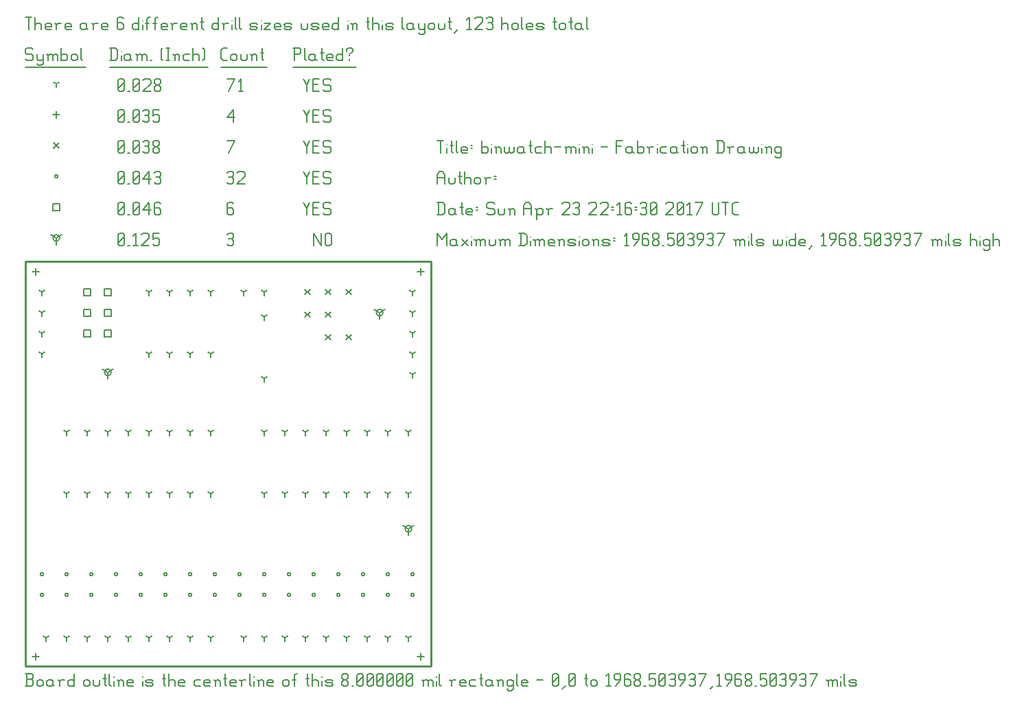
<source format=gbr>
From b32d3c271216c2ca5920c4af684b7aaf9b7e6a71 Mon Sep 17 00:00:00 2001
From: Max Christian Pohle
Date: Mon, 1 May 2017 14:38:20 +0200
Subject: binwatch-mini: pcb is currently in production

---
 binwatch-mini.fab.gbr | 2568 +++++++++++++++++++++++++++++++++++++++++++++++++
 1 file changed, 2568 insertions(+)
 create mode 100644 binwatch-mini.fab.gbr

(limited to 'binwatch-mini.fab.gbr')

diff --git a/binwatch-mini.fab.gbr b/binwatch-mini.fab.gbr
new file mode 100644
index 0000000..4a81c11
--- /dev/null
+++ b/binwatch-mini.fab.gbr
@@ -0,0 +1,2568 @@
+G04 start of page 10 for group -3984 idx -3984 *
+G04 Title: binwatch-mini, fab *
+G04 Creator: pcb 4.0.0 *
+G04 CreationDate: Sun Apr 23 22:16:30 2017 UTC *
+G04 For: max *
+G04 Format: Gerber/RS-274X *
+G04 PCB-Dimensions (mm): 50.00 50.00 *
+G04 PCB-Coordinate-Origin: lower left *
+%MOMM*%
+%FSLAX43Y43*%
+%LNFAB*%
+%ADD59C,0.254*%
+%ADD58C,0.191*%
+%ADD57C,0.152*%
+%ADD56C,0.203*%
+G54D56*X47244Y16980D02*Y16167D01*
+Y16980D02*X47948Y17386D01*
+X47244Y16980D02*X46540Y17386D01*
+X46838Y16980D02*G75*G03X47650Y16980I406J0D01*G01*
+G75*G03X46838Y16980I-406J0D01*G01*
+X43688Y43650D02*Y42837D01*
+Y43650D02*X44392Y44056D01*
+X43688Y43650D02*X42984Y44056D01*
+X43282Y43650D02*G75*G03X44094Y43650I406J0D01*G01*
+G75*G03X43282Y43650I-406J0D01*G01*
+X10160Y36284D02*Y35471D01*
+Y36284D02*X10864Y36690D01*
+X10160Y36284D02*X9456Y36690D01*
+X9754Y36284D02*G75*G03X10566Y36284I406J0D01*G01*
+G75*G03X9754Y36284I-406J0D01*G01*
+X3810Y52858D02*Y52045D01*
+Y52858D02*X4514Y53264D01*
+X3810Y52858D02*X3106Y53264D01*
+X3404Y52858D02*G75*G03X4216Y52858I406J0D01*G01*
+G75*G03X3404Y52858I-406J0D01*G01*
+G54D57*X35560Y53429D02*Y51905D01*
+Y53429D02*X36512Y51905D01*
+Y53429D02*Y51905D01*
+X36970Y53238D02*Y52096D01*
+Y53238D02*X37160Y53429D01*
+X37541D01*
+X37732Y53238D01*
+Y52096D01*
+X37541Y51905D02*X37732Y52096D01*
+X37160Y51905D02*X37541D01*
+X36970Y52096D02*X37160Y51905D01*
+X24892Y53238D02*X25082Y53429D01*
+X25464D01*
+X25654Y53238D01*
+X25464Y51905D02*X25654Y52096D01*
+X25082Y51905D02*X25464D01*
+X24892Y52096D02*X25082Y51905D01*
+Y52743D02*X25464D01*
+X25654Y53238D02*Y52934D01*
+Y52553D02*Y52096D01*
+Y52553D02*X25464Y52743D01*
+X25654Y52934D02*X25464Y52743D01*
+X11430Y52096D02*X11620Y51905D01*
+X11430Y53238D02*Y52096D01*
+Y53238D02*X11620Y53429D01*
+X12002D01*
+X12192Y53238D01*
+Y52096D01*
+X12002Y51905D02*X12192Y52096D01*
+X11620Y51905D02*X12002D01*
+X11430Y52286D02*X12192Y53048D01*
+X12649Y51905D02*X12840D01*
+X13297Y53124D02*X13602Y53429D01*
+Y51905D01*
+X13297D02*X13868D01*
+X14326Y53238D02*X14516Y53429D01*
+X15088D01*
+X15278Y53238D01*
+Y52858D01*
+X14326Y51905D02*X15278Y52858D01*
+X14326Y51905D02*X15278D01*
+X15735Y53429D02*X16497D01*
+X15735D02*Y52667D01*
+X15926Y52858D01*
+X16307D01*
+X16497Y52667D01*
+Y52096D01*
+X16307Y51905D02*X16497Y52096D01*
+X15926Y51905D02*X16307D01*
+X15735Y52096D02*X15926Y51905D01*
+X9754Y41516D02*X10566D01*
+X9754D02*Y40704D01*
+X10566D01*
+Y41516D02*Y40704D01*
+X7214Y41516D02*X8026D01*
+X7214D02*Y40704D01*
+X8026D01*
+Y41516D02*Y40704D01*
+X9754Y44056D02*X10566D01*
+X9754D02*Y43244D01*
+X10566D01*
+Y44056D02*Y43244D01*
+X7214Y44056D02*X8026D01*
+X7214D02*Y43244D01*
+X8026D01*
+Y44056D02*Y43244D01*
+X9754Y46596D02*X10566D01*
+X9754D02*Y45784D01*
+X10566D01*
+Y46596D02*Y45784D01*
+X7214Y46596D02*X8026D01*
+X7214D02*Y45784D01*
+X8026D01*
+Y46596D02*Y45784D01*
+X3404Y57074D02*X4216D01*
+X3404D02*Y56261D01*
+X4216D01*
+Y57074D02*Y56261D01*
+X34290Y57239D02*X34671Y56477D01*
+X35052Y57239D01*
+X34671Y56477D02*Y55715D01*
+X35509Y56553D02*X36081D01*
+X35509Y55715D02*X36271D01*
+X35509Y57239D02*Y55715D01*
+Y57239D02*X36271D01*
+X37490D02*X37681Y57048D01*
+X36919Y57239D02*X37490D01*
+X36728Y57048D02*X36919Y57239D01*
+X36728Y57048D02*Y56668D01*
+X36919Y56477D01*
+X37490D01*
+X37681Y56286D01*
+Y55906D01*
+X37490Y55715D02*X37681Y55906D01*
+X36919Y55715D02*X37490D01*
+X36728Y55906D02*X36919Y55715D01*
+X25464Y57239D02*X25654Y57048D01*
+X25082Y57239D02*X25464D01*
+X24892Y57048D02*X25082Y57239D01*
+X24892Y57048D02*Y55906D01*
+X25082Y55715D01*
+X25464Y56553D02*X25654Y56363D01*
+X24892Y56553D02*X25464D01*
+X25082Y55715D02*X25464D01*
+X25654Y55906D01*
+Y56363D02*Y55906D01*
+X11430D02*X11620Y55715D01*
+X11430Y57048D02*Y55906D01*
+Y57048D02*X11620Y57239D01*
+X12002D01*
+X12192Y57048D01*
+Y55906D01*
+X12002Y55715D02*X12192Y55906D01*
+X11620Y55715D02*X12002D01*
+X11430Y56096D02*X12192Y56858D01*
+X12649Y55715D02*X12840D01*
+X13297Y55906D02*X13487Y55715D01*
+X13297Y57048D02*Y55906D01*
+Y57048D02*X13487Y57239D01*
+X13868D01*
+X14059Y57048D01*
+Y55906D01*
+X13868Y55715D02*X14059Y55906D01*
+X13487Y55715D02*X13868D01*
+X13297Y56096D02*X14059Y56858D01*
+X14516Y56286D02*X15278Y57239D01*
+X14516Y56286D02*X15469D01*
+X15278Y57239D02*Y55715D01*
+X16497Y57239D02*X16688Y57048D01*
+X16116Y57239D02*X16497D01*
+X15926Y57048D02*X16116Y57239D01*
+X15926Y57048D02*Y55906D01*
+X16116Y55715D01*
+X16497Y56553D02*X16688Y56363D01*
+X15926Y56553D02*X16497D01*
+X16116Y55715D02*X16497D01*
+X16688Y55906D01*
+Y56363D02*Y55906D01*
+X20117Y11392D02*G75*G03X20523Y11392I203J0D01*G01*
+G75*G03X20117Y11392I-203J0D01*G01*
+Y8852D02*G75*G03X20523Y8852I203J0D01*G01*
+G75*G03X20117Y8852I-203J0D01*G01*
+X1829Y11392D02*G75*G03X2235Y11392I203J0D01*G01*
+G75*G03X1829Y11392I-203J0D01*G01*
+Y8852D02*G75*G03X2235Y8852I203J0D01*G01*
+G75*G03X1829Y8852I-203J0D01*G01*
+X4877Y11392D02*G75*G03X5283Y11392I203J0D01*G01*
+G75*G03X4877Y11392I-203J0D01*G01*
+Y8852D02*G75*G03X5283Y8852I203J0D01*G01*
+G75*G03X4877Y8852I-203J0D01*G01*
+X7925Y11392D02*G75*G03X8331Y11392I203J0D01*G01*
+G75*G03X7925Y11392I-203J0D01*G01*
+Y8852D02*G75*G03X8331Y8852I203J0D01*G01*
+G75*G03X7925Y8852I-203J0D01*G01*
+X10973Y11392D02*G75*G03X11379Y11392I203J0D01*G01*
+G75*G03X10973Y11392I-203J0D01*G01*
+Y8852D02*G75*G03X11379Y8852I203J0D01*G01*
+G75*G03X10973Y8852I-203J0D01*G01*
+X14021Y11392D02*G75*G03X14427Y11392I203J0D01*G01*
+G75*G03X14021Y11392I-203J0D01*G01*
+Y8852D02*G75*G03X14427Y8852I203J0D01*G01*
+G75*G03X14021Y8852I-203J0D01*G01*
+X17069Y11392D02*G75*G03X17475Y11392I203J0D01*G01*
+G75*G03X17069Y11392I-203J0D01*G01*
+Y8852D02*G75*G03X17475Y8852I203J0D01*G01*
+G75*G03X17069Y8852I-203J0D01*G01*
+X23165Y11392D02*G75*G03X23571Y11392I203J0D01*G01*
+G75*G03X23165Y11392I-203J0D01*G01*
+Y8852D02*G75*G03X23571Y8852I203J0D01*G01*
+G75*G03X23165Y8852I-203J0D01*G01*
+X26213Y11392D02*G75*G03X26619Y11392I203J0D01*G01*
+G75*G03X26213Y11392I-203J0D01*G01*
+Y8852D02*G75*G03X26619Y8852I203J0D01*G01*
+G75*G03X26213Y8852I-203J0D01*G01*
+X29261Y11392D02*G75*G03X29667Y11392I203J0D01*G01*
+G75*G03X29261Y11392I-203J0D01*G01*
+Y8852D02*G75*G03X29667Y8852I203J0D01*G01*
+G75*G03X29261Y8852I-203J0D01*G01*
+X32309Y11392D02*G75*G03X32715Y11392I203J0D01*G01*
+G75*G03X32309Y11392I-203J0D01*G01*
+Y8852D02*G75*G03X32715Y8852I203J0D01*G01*
+G75*G03X32309Y8852I-203J0D01*G01*
+X35357Y11392D02*G75*G03X35763Y11392I203J0D01*G01*
+G75*G03X35357Y11392I-203J0D01*G01*
+Y8852D02*G75*G03X35763Y8852I203J0D01*G01*
+G75*G03X35357Y8852I-203J0D01*G01*
+X38405Y11392D02*G75*G03X38811Y11392I203J0D01*G01*
+G75*G03X38405Y11392I-203J0D01*G01*
+Y8852D02*G75*G03X38811Y8852I203J0D01*G01*
+G75*G03X38405Y8852I-203J0D01*G01*
+X41453Y11392D02*G75*G03X41859Y11392I203J0D01*G01*
+G75*G03X41453Y11392I-203J0D01*G01*
+Y8852D02*G75*G03X41859Y8852I203J0D01*G01*
+G75*G03X41453Y8852I-203J0D01*G01*
+X44501Y11392D02*G75*G03X44907Y11392I203J0D01*G01*
+G75*G03X44501Y11392I-203J0D01*G01*
+Y8852D02*G75*G03X44907Y8852I203J0D01*G01*
+G75*G03X44501Y8852I-203J0D01*G01*
+X47549Y11392D02*G75*G03X47955Y11392I203J0D01*G01*
+G75*G03X47549Y11392I-203J0D01*G01*
+Y8852D02*G75*G03X47955Y8852I203J0D01*G01*
+G75*G03X47549Y8852I-203J0D01*G01*
+X3607Y60478D02*G75*G03X4013Y60478I203J0D01*G01*
+G75*G03X3607Y60478I-203J0D01*G01*
+X34290Y61049D02*X34671Y60287D01*
+X35052Y61049D01*
+X34671Y60287D02*Y59525D01*
+X35509Y60363D02*X36081D01*
+X35509Y59525D02*X36271D01*
+X35509Y61049D02*Y59525D01*
+Y61049D02*X36271D01*
+X37490D02*X37681Y60858D01*
+X36919Y61049D02*X37490D01*
+X36728Y60858D02*X36919Y61049D01*
+X36728Y60858D02*Y60478D01*
+X36919Y60287D01*
+X37490D01*
+X37681Y60096D01*
+Y59716D01*
+X37490Y59525D02*X37681Y59716D01*
+X36919Y59525D02*X37490D01*
+X36728Y59716D02*X36919Y59525D01*
+X24892Y60858D02*X25082Y61049D01*
+X25464D01*
+X25654Y60858D01*
+X25464Y59525D02*X25654Y59716D01*
+X25082Y59525D02*X25464D01*
+X24892Y59716D02*X25082Y59525D01*
+Y60363D02*X25464D01*
+X25654Y60858D02*Y60554D01*
+Y60173D02*Y59716D01*
+Y60173D02*X25464Y60363D01*
+X25654Y60554D02*X25464Y60363D01*
+X26111Y60858D02*X26302Y61049D01*
+X26873D01*
+X27064Y60858D01*
+Y60478D01*
+X26111Y59525D02*X27064Y60478D01*
+X26111Y59525D02*X27064D01*
+X11430Y59716D02*X11620Y59525D01*
+X11430Y60858D02*Y59716D01*
+Y60858D02*X11620Y61049D01*
+X12002D01*
+X12192Y60858D01*
+Y59716D01*
+X12002Y59525D02*X12192Y59716D01*
+X11620Y59525D02*X12002D01*
+X11430Y59906D02*X12192Y60668D01*
+X12649Y59525D02*X12840D01*
+X13297Y59716D02*X13487Y59525D01*
+X13297Y60858D02*Y59716D01*
+Y60858D02*X13487Y61049D01*
+X13868D01*
+X14059Y60858D01*
+Y59716D01*
+X13868Y59525D02*X14059Y59716D01*
+X13487Y59525D02*X13868D01*
+X13297Y59906D02*X14059Y60668D01*
+X14516Y60096D02*X15278Y61049D01*
+X14516Y60096D02*X15469D01*
+X15278Y61049D02*Y59525D01*
+X15926Y60858D02*X16116Y61049D01*
+X16497D01*
+X16688Y60858D01*
+X16497Y59525D02*X16688Y59716D01*
+X16116Y59525D02*X16497D01*
+X15926Y59716D02*X16116Y59525D01*
+Y60363D02*X16497D01*
+X16688Y60858D02*Y60554D01*
+Y60173D02*Y59716D01*
+Y60173D02*X16497Y60363D01*
+X16688Y60554D02*X16497Y60363D01*
+X34493Y46495D02*X35103Y45885D01*
+X34493D02*X35103Y46495D01*
+X37033D02*X37643Y45885D01*
+X37033D02*X37643Y46495D01*
+X39573D02*X40183Y45885D01*
+X39573D02*X40183Y46495D01*
+X37033Y43701D02*X37643Y43091D01*
+X37033D02*X37643Y43701D01*
+X34493D02*X35103Y43091D01*
+X34493D02*X35103Y43701D01*
+X37033Y40907D02*X37643Y40297D01*
+X37033D02*X37643Y40907D01*
+X39573D02*X40183Y40297D01*
+X39573D02*X40183Y40907D01*
+X3505Y64592D02*X4115Y63983D01*
+X3505D02*X4115Y64592D01*
+X34290Y64859D02*X34671Y64097D01*
+X35052Y64859D01*
+X34671Y64097D02*Y63335D01*
+X35509Y64173D02*X36081D01*
+X35509Y63335D02*X36271D01*
+X35509Y64859D02*Y63335D01*
+Y64859D02*X36271D01*
+X37490D02*X37681Y64668D01*
+X36919Y64859D02*X37490D01*
+X36728Y64668D02*X36919Y64859D01*
+X36728Y64668D02*Y64287D01*
+X36919Y64097D01*
+X37490D01*
+X37681Y63906D01*
+Y63526D01*
+X37490Y63335D02*X37681Y63526D01*
+X36919Y63335D02*X37490D01*
+X36728Y63526D02*X36919Y63335D01*
+X25082D02*X25844Y64859D01*
+X24892D02*X25844D01*
+X11430Y63526D02*X11620Y63335D01*
+X11430Y64668D02*Y63526D01*
+Y64668D02*X11620Y64859D01*
+X12002D01*
+X12192Y64668D01*
+Y63526D01*
+X12002Y63335D02*X12192Y63526D01*
+X11620Y63335D02*X12002D01*
+X11430Y63716D02*X12192Y64478D01*
+X12649Y63335D02*X12840D01*
+X13297Y63526D02*X13487Y63335D01*
+X13297Y64668D02*Y63526D01*
+Y64668D02*X13487Y64859D01*
+X13868D01*
+X14059Y64668D01*
+Y63526D01*
+X13868Y63335D02*X14059Y63526D01*
+X13487Y63335D02*X13868D01*
+X13297Y63716D02*X14059Y64478D01*
+X14516Y64668D02*X14707Y64859D01*
+X15088D01*
+X15278Y64668D01*
+X15088Y63335D02*X15278Y63526D01*
+X14707Y63335D02*X15088D01*
+X14516Y63526D02*X14707Y63335D01*
+Y64173D02*X15088D01*
+X15278Y64668D02*Y64364D01*
+Y63983D02*Y63526D01*
+Y63983D02*X15088Y64173D01*
+X15278Y64364D02*X15088Y64173D01*
+X15735Y63526D02*X15926Y63335D01*
+X15735Y63830D02*Y63526D01*
+Y63830D02*X16002Y64097D01*
+X16231D01*
+X16497Y63830D01*
+Y63526D01*
+X16307Y63335D02*X16497Y63526D01*
+X15926Y63335D02*X16307D01*
+X15735Y64364D02*X16002Y64097D01*
+X15735Y64668D02*Y64364D01*
+Y64668D02*X15926Y64859D01*
+X16307D01*
+X16497Y64668D01*
+Y64364D01*
+X16231Y64097D02*X16497Y64364D01*
+X48768Y1638D02*Y826D01*
+X48362Y1232D02*X49174D01*
+X1270Y1638D02*Y826D01*
+X864Y1232D02*X1676D01*
+X1270Y49136D02*Y48324D01*
+X864Y48730D02*X1676D01*
+X48768Y49136D02*Y48324D01*
+X48362Y48730D02*X49174D01*
+X3810Y68504D02*Y67691D01*
+X3404Y68098D02*X4216D01*
+X34290Y68669D02*X34671Y67907D01*
+X35052Y68669D01*
+X34671Y67907D02*Y67145D01*
+X35509Y67983D02*X36081D01*
+X35509Y67145D02*X36271D01*
+X35509Y68669D02*Y67145D01*
+Y68669D02*X36271D01*
+X37490D02*X37681Y68478D01*
+X36919Y68669D02*X37490D01*
+X36728Y68478D02*X36919Y68669D01*
+X36728Y68478D02*Y68098D01*
+X36919Y67907D01*
+X37490D01*
+X37681Y67716D01*
+Y67336D01*
+X37490Y67145D02*X37681Y67336D01*
+X36919Y67145D02*X37490D01*
+X36728Y67336D02*X36919Y67145D01*
+X24892Y67716D02*X25654Y68669D01*
+X24892Y67716D02*X25844D01*
+X25654Y68669D02*Y67145D01*
+X11430Y67336D02*X11620Y67145D01*
+X11430Y68478D02*Y67336D01*
+Y68478D02*X11620Y68669D01*
+X12002D01*
+X12192Y68478D01*
+Y67336D01*
+X12002Y67145D02*X12192Y67336D01*
+X11620Y67145D02*X12002D01*
+X11430Y67526D02*X12192Y68288D01*
+X12649Y67145D02*X12840D01*
+X13297Y67336D02*X13487Y67145D01*
+X13297Y68478D02*Y67336D01*
+Y68478D02*X13487Y68669D01*
+X13868D01*
+X14059Y68478D01*
+Y67336D01*
+X13868Y67145D02*X14059Y67336D01*
+X13487Y67145D02*X13868D01*
+X13297Y67526D02*X14059Y68288D01*
+X14516Y68478D02*X14707Y68669D01*
+X15088D01*
+X15278Y68478D01*
+X15088Y67145D02*X15278Y67336D01*
+X14707Y67145D02*X15088D01*
+X14516Y67336D02*X14707Y67145D01*
+Y67983D02*X15088D01*
+X15278Y68478D02*Y68174D01*
+Y67793D02*Y67336D01*
+Y67793D02*X15088Y67983D01*
+X15278Y68174D02*X15088Y67983D01*
+X15735Y68669D02*X16497D01*
+X15735D02*Y67907D01*
+X15926Y68098D01*
+X16307D01*
+X16497Y67907D01*
+Y67336D01*
+X16307Y67145D02*X16497Y67336D01*
+X15926Y67145D02*X16307D01*
+X15735Y67336D02*X15926Y67145D01*
+X47752Y46190D02*Y45784D01*
+Y46190D02*X48104Y46393D01*
+X47752Y46190D02*X47400Y46393D01*
+X47752Y43650D02*Y43244D01*
+Y43650D02*X48104Y43853D01*
+X47752Y43650D02*X47400Y43853D01*
+X47752Y41110D02*Y40704D01*
+Y41110D02*X48104Y41313D01*
+X47752Y41110D02*X47400Y41313D01*
+X47752Y38570D02*Y38164D01*
+Y38570D02*X48104Y38773D01*
+X47752Y38570D02*X47400Y38773D01*
+X47752Y36030D02*Y35624D01*
+Y36030D02*X48104Y36233D01*
+X47752Y36030D02*X47400Y36233D01*
+X2032Y38570D02*Y38164D01*
+Y38570D02*X2384Y38773D01*
+X2032Y38570D02*X1680Y38773D01*
+X2032Y41110D02*Y40704D01*
+Y41110D02*X2384Y41313D01*
+X2032Y41110D02*X1680Y41313D01*
+X2032Y43650D02*Y43244D01*
+Y43650D02*X2384Y43853D01*
+X2032Y43650D02*X1680Y43853D01*
+X2032Y46190D02*Y45784D01*
+Y46190D02*X2384Y46393D01*
+X2032Y46190D02*X1680Y46393D01*
+X5080Y21298D02*Y20892D01*
+Y21298D02*X5432Y21501D01*
+X5080Y21298D02*X4728Y21501D01*
+X7620Y21298D02*Y20892D01*
+Y21298D02*X7972Y21501D01*
+X7620Y21298D02*X7268Y21501D01*
+X10160Y21298D02*Y20892D01*
+Y21298D02*X10512Y21501D01*
+X10160Y21298D02*X9808Y21501D01*
+X12700Y21298D02*Y20892D01*
+Y21298D02*X13052Y21501D01*
+X12700Y21298D02*X12348Y21501D01*
+X15240Y21298D02*Y20892D01*
+Y21298D02*X15592Y21501D01*
+X15240Y21298D02*X14888Y21501D01*
+X17780Y21298D02*Y20892D01*
+Y21298D02*X18132Y21501D01*
+X17780Y21298D02*X17428Y21501D01*
+X20320Y21298D02*Y20892D01*
+Y21298D02*X20672Y21501D01*
+X20320Y21298D02*X19968Y21501D01*
+X22860Y21298D02*Y20892D01*
+Y21298D02*X23212Y21501D01*
+X22860Y21298D02*X22508Y21501D01*
+X22860Y28918D02*Y28512D01*
+Y28918D02*X23212Y29121D01*
+X22860Y28918D02*X22508Y29121D01*
+X20320Y28918D02*Y28512D01*
+Y28918D02*X20672Y29121D01*
+X20320Y28918D02*X19968Y29121D01*
+X17780Y28918D02*Y28512D01*
+Y28918D02*X18132Y29121D01*
+X17780Y28918D02*X17428Y29121D01*
+X15240Y28918D02*Y28512D01*
+Y28918D02*X15592Y29121D01*
+X15240Y28918D02*X14888Y29121D01*
+X12700Y28918D02*Y28512D01*
+Y28918D02*X13052Y29121D01*
+X12700Y28918D02*X12348Y29121D01*
+X10160Y28918D02*Y28512D01*
+Y28918D02*X10512Y29121D01*
+X10160Y28918D02*X9808Y29121D01*
+X7620Y28918D02*Y28512D01*
+Y28918D02*X7972Y29121D01*
+X7620Y28918D02*X7268Y29121D01*
+X5080Y28918D02*Y28512D01*
+Y28918D02*X5432Y29121D01*
+X5080Y28918D02*X4728Y29121D01*
+X29464Y21298D02*Y20892D01*
+Y21298D02*X29816Y21501D01*
+X29464Y21298D02*X29112Y21501D01*
+X32004Y21298D02*Y20892D01*
+Y21298D02*X32356Y21501D01*
+X32004Y21298D02*X31652Y21501D01*
+X34544Y21298D02*Y20892D01*
+Y21298D02*X34896Y21501D01*
+X34544Y21298D02*X34192Y21501D01*
+X37084Y21298D02*Y20892D01*
+Y21298D02*X37436Y21501D01*
+X37084Y21298D02*X36732Y21501D01*
+X39624Y21298D02*Y20892D01*
+Y21298D02*X39976Y21501D01*
+X39624Y21298D02*X39272Y21501D01*
+X42164Y21298D02*Y20892D01*
+Y21298D02*X42516Y21501D01*
+X42164Y21298D02*X41812Y21501D01*
+X44704Y21298D02*Y20892D01*
+Y21298D02*X45056Y21501D01*
+X44704Y21298D02*X44352Y21501D01*
+X47244Y21298D02*Y20892D01*
+Y21298D02*X47596Y21501D01*
+X47244Y21298D02*X46892Y21501D01*
+X47244Y28918D02*Y28512D01*
+Y28918D02*X47596Y29121D01*
+X47244Y28918D02*X46892Y29121D01*
+X44704Y28918D02*Y28512D01*
+Y28918D02*X45056Y29121D01*
+X44704Y28918D02*X44352Y29121D01*
+X42164Y28918D02*Y28512D01*
+Y28918D02*X42516Y29121D01*
+X42164Y28918D02*X41812Y29121D01*
+X39624Y28918D02*Y28512D01*
+Y28918D02*X39976Y29121D01*
+X39624Y28918D02*X39272Y29121D01*
+X37084Y28918D02*Y28512D01*
+Y28918D02*X37436Y29121D01*
+X37084Y28918D02*X36732Y29121D01*
+X34544Y28918D02*Y28512D01*
+Y28918D02*X34896Y29121D01*
+X34544Y28918D02*X34192Y29121D01*
+X32004Y28918D02*Y28512D01*
+Y28918D02*X32356Y29121D01*
+X32004Y28918D02*X31652Y29121D01*
+X29464Y28918D02*Y28512D01*
+Y28918D02*X29816Y29121D01*
+X29464Y28918D02*X29112Y29121D01*
+X2540Y3518D02*Y3112D01*
+Y3518D02*X2892Y3721D01*
+X2540Y3518D02*X2188Y3721D01*
+X5080Y3518D02*Y3112D01*
+Y3518D02*X5432Y3721D01*
+X5080Y3518D02*X4728Y3721D01*
+X7620Y3518D02*Y3112D01*
+Y3518D02*X7972Y3721D01*
+X7620Y3518D02*X7268Y3721D01*
+X10160Y3518D02*Y3112D01*
+Y3518D02*X10512Y3721D01*
+X10160Y3518D02*X9808Y3721D01*
+X12700Y3518D02*Y3112D01*
+Y3518D02*X13052Y3721D01*
+X12700Y3518D02*X12348Y3721D01*
+X15240Y3518D02*Y3112D01*
+Y3518D02*X15592Y3721D01*
+X15240Y3518D02*X14888Y3721D01*
+X17780Y3518D02*Y3112D01*
+Y3518D02*X18132Y3721D01*
+X17780Y3518D02*X17428Y3721D01*
+X20320Y3518D02*Y3112D01*
+Y3518D02*X20672Y3721D01*
+X20320Y3518D02*X19968Y3721D01*
+X22860Y3518D02*Y3112D01*
+Y3518D02*X23212Y3721D01*
+X22860Y3518D02*X22508Y3721D01*
+X26924Y3518D02*Y3112D01*
+Y3518D02*X27276Y3721D01*
+X26924Y3518D02*X26572Y3721D01*
+X29464Y3518D02*Y3112D01*
+Y3518D02*X29816Y3721D01*
+X29464Y3518D02*X29112Y3721D01*
+X32004Y3518D02*Y3112D01*
+Y3518D02*X32356Y3721D01*
+X32004Y3518D02*X31652Y3721D01*
+X34544Y3518D02*Y3112D01*
+Y3518D02*X34896Y3721D01*
+X34544Y3518D02*X34192Y3721D01*
+X37084Y3518D02*Y3112D01*
+Y3518D02*X37436Y3721D01*
+X37084Y3518D02*X36732Y3721D01*
+X39624Y3518D02*Y3112D01*
+Y3518D02*X39976Y3721D01*
+X39624Y3518D02*X39272Y3721D01*
+X42164Y3518D02*Y3112D01*
+Y3518D02*X42516Y3721D01*
+X42164Y3518D02*X41812Y3721D01*
+X44704Y3518D02*Y3112D01*
+Y3518D02*X45056Y3721D01*
+X44704Y3518D02*X44352Y3721D01*
+X47244Y3518D02*Y3112D01*
+Y3518D02*X47596Y3721D01*
+X47244Y3518D02*X46892Y3721D01*
+X22860Y46190D02*Y45784D01*
+Y46190D02*X23212Y46393D01*
+X22860Y46190D02*X22508Y46393D01*
+X20320Y46190D02*Y45784D01*
+Y46190D02*X20672Y46393D01*
+X20320Y46190D02*X19968Y46393D01*
+X17780Y46190D02*Y45784D01*
+Y46190D02*X18132Y46393D01*
+X17780Y46190D02*X17428Y46393D01*
+X15240Y46190D02*Y45784D01*
+Y46190D02*X15592Y46393D01*
+X15240Y46190D02*X14888Y46393D01*
+X15240Y38570D02*Y38164D01*
+Y38570D02*X15592Y38773D01*
+X15240Y38570D02*X14888Y38773D01*
+X17780Y38570D02*Y38164D01*
+Y38570D02*X18132Y38773D01*
+X17780Y38570D02*X17428Y38773D01*
+X20320Y38570D02*Y38164D01*
+Y38570D02*X20672Y38773D01*
+X20320Y38570D02*X19968Y38773D01*
+X22860Y38570D02*Y38164D01*
+Y38570D02*X23212Y38773D01*
+X22860Y38570D02*X22508Y38773D01*
+X26924Y46190D02*Y45784D01*
+Y46190D02*X27276Y46393D01*
+X26924Y46190D02*X26572Y46393D01*
+X29464Y46190D02*Y45784D01*
+Y46190D02*X29816Y46393D01*
+X29464Y46190D02*X29112Y46393D01*
+X29464Y35522D02*Y35116D01*
+Y35522D02*X29816Y35725D01*
+X29464Y35522D02*X29112Y35725D01*
+X29464Y43142D02*Y42736D01*
+Y43142D02*X29816Y43345D01*
+X29464Y43142D02*X29112Y43345D01*
+X3810Y71908D02*Y71501D01*
+Y71908D02*X4162Y72111D01*
+X3810Y71908D02*X3458Y72111D01*
+X34290Y72479D02*X34671Y71717D01*
+X35052Y72479D01*
+X34671Y71717D02*Y70955D01*
+X35509Y71793D02*X36081D01*
+X35509Y70955D02*X36271D01*
+X35509Y72479D02*Y70955D01*
+Y72479D02*X36271D01*
+X37490D02*X37681Y72288D01*
+X36919Y72479D02*X37490D01*
+X36728Y72288D02*X36919Y72479D01*
+X36728Y72288D02*Y71908D01*
+X36919Y71717D01*
+X37490D01*
+X37681Y71526D01*
+Y71146D01*
+X37490Y70955D02*X37681Y71146D01*
+X36919Y70955D02*X37490D01*
+X36728Y71146D02*X36919Y70955D01*
+X25082D02*X25844Y72479D01*
+X24892D02*X25844D01*
+X26302Y72174D02*X26607Y72479D01*
+Y70955D01*
+X26302D02*X26873D01*
+X11430Y71146D02*X11620Y70955D01*
+X11430Y72288D02*Y71146D01*
+Y72288D02*X11620Y72479D01*
+X12002D01*
+X12192Y72288D01*
+Y71146D01*
+X12002Y70955D02*X12192Y71146D01*
+X11620Y70955D02*X12002D01*
+X11430Y71336D02*X12192Y72098D01*
+X12649Y70955D02*X12840D01*
+X13297Y71146D02*X13487Y70955D01*
+X13297Y72288D02*Y71146D01*
+Y72288D02*X13487Y72479D01*
+X13868D01*
+X14059Y72288D01*
+Y71146D01*
+X13868Y70955D02*X14059Y71146D01*
+X13487Y70955D02*X13868D01*
+X13297Y71336D02*X14059Y72098D01*
+X14516Y72288D02*X14707Y72479D01*
+X15278D01*
+X15469Y72288D01*
+Y71908D01*
+X14516Y70955D02*X15469Y71908D01*
+X14516Y70955D02*X15469D01*
+X15926Y71146D02*X16116Y70955D01*
+X15926Y71450D02*Y71146D01*
+Y71450D02*X16193Y71717D01*
+X16421D01*
+X16688Y71450D01*
+Y71146D01*
+X16497Y70955D02*X16688Y71146D01*
+X16116Y70955D02*X16497D01*
+X15926Y71984D02*X16193Y71717D01*
+X15926Y72288D02*Y71984D01*
+Y72288D02*X16116Y72479D01*
+X16497D01*
+X16688Y72288D01*
+Y71984D01*
+X16421Y71717D02*X16688Y71984D01*
+X762Y76289D02*X952Y76098D01*
+X190Y76289D02*X762D01*
+X0Y76098D02*X190Y76289D01*
+X0Y76098D02*Y75718D01*
+X190Y75527D01*
+X762D01*
+X952Y75336D01*
+Y74956D01*
+X762Y74765D02*X952Y74956D01*
+X190Y74765D02*X762D01*
+X0Y74956D02*X190Y74765D01*
+X1410Y75527D02*Y74956D01*
+X1600Y74765D01*
+X2172Y75527D02*Y74384D01*
+X1981Y74194D02*X2172Y74384D01*
+X1600Y74194D02*X1981D01*
+X1410Y74384D02*X1600Y74194D01*
+Y74765D02*X1981D01*
+X2172Y74956D01*
+X2819Y75336D02*Y74765D01*
+Y75336D02*X3010Y75527D01*
+X3200D01*
+X3391Y75336D01*
+Y74765D01*
+Y75336D02*X3581Y75527D01*
+X3772D01*
+X3962Y75336D01*
+Y74765D01*
+X2629Y75527D02*X2819Y75336D01*
+X4420Y76289D02*Y74765D01*
+Y74956D02*X4610Y74765D01*
+X4991D01*
+X5182Y74956D01*
+Y75336D02*Y74956D01*
+X4991Y75527D02*X5182Y75336D01*
+X4610Y75527D02*X4991D01*
+X4420Y75336D02*X4610Y75527D01*
+X5639Y75336D02*Y74956D01*
+Y75336D02*X5829Y75527D01*
+X6210D01*
+X6401Y75336D01*
+Y74956D01*
+X6210Y74765D02*X6401Y74956D01*
+X5829Y74765D02*X6210D01*
+X5639Y74956D02*X5829Y74765D01*
+X6858Y76289D02*Y74956D01*
+X7049Y74765D01*
+X0Y73939D02*X7430D01*
+X10604Y76289D02*Y74765D01*
+X11100Y76289D02*X11366Y76022D01*
+Y75032D01*
+X11100Y74765D02*X11366Y75032D01*
+X10414Y74765D02*X11100D01*
+X10414Y76289D02*X11100D01*
+G54D58*X11824Y75908D02*Y75870D01*
+G54D57*Y75336D02*Y74765D01*
+X12776Y75527D02*X12967Y75336D01*
+X12395Y75527D02*X12776D01*
+X12205Y75336D02*X12395Y75527D01*
+X12205Y75336D02*Y74956D01*
+X12395Y74765D01*
+X12967Y75527D02*Y74956D01*
+X13157Y74765D01*
+X12395D02*X12776D01*
+X12967Y74956D01*
+X13805Y75336D02*Y74765D01*
+Y75336D02*X13995Y75527D01*
+X14186D01*
+X14376Y75336D01*
+Y74765D01*
+Y75336D02*X14567Y75527D01*
+X14757D01*
+X14948Y75336D01*
+Y74765D01*
+X13614Y75527D02*X13805Y75336D01*
+X15405Y74765D02*X15596D01*
+X16739Y74956D02*X16929Y74765D01*
+X16739Y76098D02*X16929Y76289D01*
+X16739Y76098D02*Y74956D01*
+X17386Y76289D02*X17767D01*
+X17577D02*Y74765D01*
+X17386D02*X17767D01*
+X18415Y75336D02*Y74765D01*
+Y75336D02*X18606Y75527D01*
+X18796D01*
+X18987Y75336D01*
+Y74765D01*
+X18225Y75527D02*X18415Y75336D01*
+X19634Y75527D02*X20206D01*
+X19444Y75336D02*X19634Y75527D01*
+X19444Y75336D02*Y74956D01*
+X19634Y74765D01*
+X20206D01*
+X20663Y76289D02*Y74765D01*
+Y75336D02*X20853Y75527D01*
+X21234D01*
+X21425Y75336D01*
+Y74765D01*
+X21882Y76289D02*X22073Y76098D01*
+Y74956D01*
+X21882Y74765D02*X22073Y74956D01*
+X10414Y73939D02*X22530D01*
+X24397Y74765D02*X24892D01*
+X24130Y75032D02*X24397Y74765D01*
+X24130Y76022D02*Y75032D01*
+Y76022D02*X24397Y76289D01*
+X24892D01*
+X25349Y75336D02*Y74956D01*
+Y75336D02*X25540Y75527D01*
+X25921D01*
+X26111Y75336D01*
+Y74956D01*
+X25921Y74765D02*X26111Y74956D01*
+X25540Y74765D02*X25921D01*
+X25349Y74956D02*X25540Y74765D01*
+X26568Y75527D02*Y74956D01*
+X26759Y74765D01*
+X27140D01*
+X27330Y74956D01*
+Y75527D02*Y74956D01*
+X27978Y75336D02*Y74765D01*
+Y75336D02*X28169Y75527D01*
+X28359D01*
+X28550Y75336D01*
+Y74765D01*
+X27788Y75527D02*X27978Y75336D01*
+X29197Y76289D02*Y74956D01*
+X29388Y74765D01*
+X29007Y75718D02*X29388D01*
+X24130Y73939D02*X29769D01*
+X33210Y76289D02*Y74765D01*
+X33020Y76289D02*X33782D01*
+X33972Y76098D01*
+Y75718D01*
+X33782Y75527D02*X33972Y75718D01*
+X33210Y75527D02*X33782D01*
+X34430Y76289D02*Y74956D01*
+X34620Y74765D01*
+X35573Y75527D02*X35763Y75336D01*
+X35192Y75527D02*X35573D01*
+X35001Y75336D02*X35192Y75527D01*
+X35001Y75336D02*Y74956D01*
+X35192Y74765D01*
+X35763Y75527D02*Y74956D01*
+X35954Y74765D01*
+X35192D02*X35573D01*
+X35763Y74956D01*
+X36601Y76289D02*Y74956D01*
+X36792Y74765D01*
+X36411Y75718D02*X36792D01*
+X37363Y74765D02*X37935D01*
+X37173Y74956D02*X37363Y74765D01*
+X37173Y75336D02*Y74956D01*
+Y75336D02*X37363Y75527D01*
+X37744D01*
+X37935Y75336D01*
+X37173Y75146D02*X37935D01*
+Y75336D02*Y75146D01*
+X39154Y76289D02*Y74765D01*
+X38964D02*X39154Y74956D01*
+X38583Y74765D02*X38964D01*
+X38392Y74956D02*X38583Y74765D01*
+X38392Y75336D02*Y74956D01*
+Y75336D02*X38583Y75527D01*
+X38964D01*
+X39154Y75336D01*
+X39992Y75527D02*Y75336D01*
+Y74956D02*Y74765D01*
+X39611Y76098D02*Y75908D01*
+Y76098D02*X39802Y76289D01*
+X40183D01*
+X40373Y76098D01*
+Y75908D01*
+X39992Y75527D02*X40373Y75908D01*
+X33020Y73939D02*X40831D01*
+X0Y80099D02*X762D01*
+X381D02*Y78575D01*
+X1219Y80099D02*Y78575D01*
+Y79146D02*X1410Y79337D01*
+X1791D01*
+X1981Y79146D01*
+Y78575D01*
+X2629D02*X3200D01*
+X2438Y78766D02*X2629Y78575D01*
+X2438Y79146D02*Y78766D01*
+Y79146D02*X2629Y79337D01*
+X3010D01*
+X3200Y79146D01*
+X2438Y78956D02*X3200D01*
+Y79146D02*Y78956D01*
+X3848Y79146D02*Y78575D01*
+Y79146D02*X4039Y79337D01*
+X4420D01*
+X3658D02*X3848Y79146D01*
+X5067Y78575D02*X5639D01*
+X4877Y78766D02*X5067Y78575D01*
+X4877Y79146D02*Y78766D01*
+Y79146D02*X5067Y79337D01*
+X5448D01*
+X5639Y79146D01*
+X4877Y78956D02*X5639D01*
+Y79146D02*Y78956D01*
+X7353Y79337D02*X7544Y79146D01*
+X6972Y79337D02*X7353D01*
+X6782Y79146D02*X6972Y79337D01*
+X6782Y79146D02*Y78766D01*
+X6972Y78575D01*
+X7544Y79337D02*Y78766D01*
+X7734Y78575D01*
+X6972D02*X7353D01*
+X7544Y78766D01*
+X8382Y79146D02*Y78575D01*
+Y79146D02*X8573Y79337D01*
+X8954D01*
+X8192D02*X8382Y79146D01*
+X9601Y78575D02*X10173D01*
+X9411Y78766D02*X9601Y78575D01*
+X9411Y79146D02*Y78766D01*
+Y79146D02*X9601Y79337D01*
+X9982D01*
+X10173Y79146D01*
+X9411Y78956D02*X10173D01*
+Y79146D02*Y78956D01*
+X11887Y80099D02*X12078Y79908D01*
+X11506Y80099D02*X11887D01*
+X11316Y79908D02*X11506Y80099D01*
+X11316Y79908D02*Y78766D01*
+X11506Y78575D01*
+X11887Y79413D02*X12078Y79223D01*
+X11316Y79413D02*X11887D01*
+X11506Y78575D02*X11887D01*
+X12078Y78766D01*
+Y79223D02*Y78766D01*
+X13983Y80099D02*Y78575D01*
+X13792D02*X13983Y78766D01*
+X13411Y78575D02*X13792D01*
+X13221Y78766D02*X13411Y78575D01*
+X13221Y79146D02*Y78766D01*
+Y79146D02*X13411Y79337D01*
+X13792D01*
+X13983Y79146D01*
+G54D58*X14440Y79718D02*Y79680D01*
+G54D57*Y79146D02*Y78575D01*
+X15011Y79908D02*Y78575D01*
+Y79908D02*X15202Y80099D01*
+X15392D01*
+X14821Y79337D02*X15202D01*
+X15964Y79908D02*Y78575D01*
+Y79908D02*X16154Y80099D01*
+X16345D01*
+X15773Y79337D02*X16154D01*
+X16916Y78575D02*X17488D01*
+X16726Y78766D02*X16916Y78575D01*
+X16726Y79146D02*Y78766D01*
+Y79146D02*X16916Y79337D01*
+X17297D01*
+X17488Y79146D01*
+X16726Y78956D02*X17488D01*
+Y79146D02*Y78956D01*
+X18136Y79146D02*Y78575D01*
+Y79146D02*X18326Y79337D01*
+X18707D01*
+X17945D02*X18136Y79146D01*
+X19355Y78575D02*X19926D01*
+X19164Y78766D02*X19355Y78575D01*
+X19164Y79146D02*Y78766D01*
+Y79146D02*X19355Y79337D01*
+X19736D01*
+X19926Y79146D01*
+X19164Y78956D02*X19926D01*
+Y79146D02*Y78956D01*
+X20574Y79146D02*Y78575D01*
+Y79146D02*X20765Y79337D01*
+X20955D01*
+X21146Y79146D01*
+Y78575D01*
+X20384Y79337D02*X20574Y79146D01*
+X21793Y80099D02*Y78766D01*
+X21984Y78575D01*
+X21603Y79528D02*X21984D01*
+X23813Y80099D02*Y78575D01*
+X23622D02*X23813Y78766D01*
+X23241Y78575D02*X23622D01*
+X23051Y78766D02*X23241Y78575D01*
+X23051Y79146D02*Y78766D01*
+Y79146D02*X23241Y79337D01*
+X23622D01*
+X23813Y79146D01*
+X24460D02*Y78575D01*
+Y79146D02*X24651Y79337D01*
+X25032D01*
+X24270D02*X24460Y79146D01*
+G54D58*X25489Y79718D02*Y79680D01*
+G54D57*Y79146D02*Y78575D01*
+X25870Y80099D02*Y78766D01*
+X26060Y78575D01*
+X26441Y80099D02*Y78766D01*
+X26632Y78575D01*
+X27889D02*X28461D01*
+X28651Y78766D01*
+X28461Y78956D02*X28651Y78766D01*
+X27889Y78956D02*X28461D01*
+X27699Y79146D02*X27889Y78956D01*
+X27699Y79146D02*X27889Y79337D01*
+X28461D01*
+X28651Y79146D01*
+X27699Y78766D02*X27889Y78575D01*
+G54D58*X29108Y79718D02*Y79680D01*
+G54D57*Y79146D02*Y78575D01*
+X29489Y79337D02*X30251D01*
+X29489Y78575D02*X30251Y79337D01*
+X29489Y78575D02*X30251D01*
+X30899D02*X31471D01*
+X30709Y78766D02*X30899Y78575D01*
+X30709Y79146D02*Y78766D01*
+Y79146D02*X30899Y79337D01*
+X31280D01*
+X31471Y79146D01*
+X30709Y78956D02*X31471D01*
+Y79146D02*Y78956D01*
+X32118Y78575D02*X32690D01*
+X32880Y78766D01*
+X32690Y78956D02*X32880Y78766D01*
+X32118Y78956D02*X32690D01*
+X31928Y79146D02*X32118Y78956D01*
+X31928Y79146D02*X32118Y79337D01*
+X32690D01*
+X32880Y79146D01*
+X31928Y78766D02*X32118Y78575D01*
+X34023Y79337D02*Y78766D01*
+X34214Y78575D01*
+X34595D01*
+X34785Y78766D01*
+Y79337D02*Y78766D01*
+X35433Y78575D02*X36005D01*
+X36195Y78766D01*
+X36005Y78956D02*X36195Y78766D01*
+X35433Y78956D02*X36005D01*
+X35243Y79146D02*X35433Y78956D01*
+X35243Y79146D02*X35433Y79337D01*
+X36005D01*
+X36195Y79146D01*
+X35243Y78766D02*X35433Y78575D01*
+X36843D02*X37414D01*
+X36652Y78766D02*X36843Y78575D01*
+X36652Y79146D02*Y78766D01*
+Y79146D02*X36843Y79337D01*
+X37224D01*
+X37414Y79146D01*
+X36652Y78956D02*X37414D01*
+Y79146D02*Y78956D01*
+X38633Y80099D02*Y78575D01*
+X38443D02*X38633Y78766D01*
+X38062Y78575D02*X38443D01*
+X37871Y78766D02*X38062Y78575D01*
+X37871Y79146D02*Y78766D01*
+Y79146D02*X38062Y79337D01*
+X38443D01*
+X38633Y79146D01*
+G54D58*X39776Y79718D02*Y79680D01*
+G54D57*Y79146D02*Y78575D01*
+X40348Y79146D02*Y78575D01*
+Y79146D02*X40538Y79337D01*
+X40729D01*
+X40919Y79146D01*
+Y78575D01*
+X40157Y79337D02*X40348Y79146D01*
+X42253Y80099D02*Y78766D01*
+X42443Y78575D01*
+X42062Y79528D02*X42443D01*
+X42824Y80099D02*Y78575D01*
+Y79146D02*X43015Y79337D01*
+X43396D01*
+X43586Y79146D01*
+Y78575D01*
+G54D58*X44044Y79718D02*Y79680D01*
+G54D57*Y79146D02*Y78575D01*
+X44615D02*X45187D01*
+X45377Y78766D01*
+X45187Y78956D02*X45377Y78766D01*
+X44615Y78956D02*X45187D01*
+X44425Y79146D02*X44615Y78956D01*
+X44425Y79146D02*X44615Y79337D01*
+X45187D01*
+X45377Y79146D01*
+X44425Y78766D02*X44615Y78575D01*
+X46520Y80099D02*Y78766D01*
+X46711Y78575D01*
+X47663Y79337D02*X47854Y79146D01*
+X47282Y79337D02*X47663D01*
+X47092Y79146D02*X47282Y79337D01*
+X47092Y79146D02*Y78766D01*
+X47282Y78575D01*
+X47854Y79337D02*Y78766D01*
+X48044Y78575D01*
+X47282D02*X47663D01*
+X47854Y78766D01*
+X48501Y79337D02*Y78766D01*
+X48692Y78575D01*
+X49263Y79337D02*Y78194D01*
+X49073Y78004D02*X49263Y78194D01*
+X48692Y78004D02*X49073D01*
+X48501Y78194D02*X48692Y78004D01*
+Y78575D02*X49073D01*
+X49263Y78766D01*
+X49721Y79146D02*Y78766D01*
+Y79146D02*X49911Y79337D01*
+X50292D01*
+X50483Y79146D01*
+Y78766D01*
+X50292Y78575D02*X50483Y78766D01*
+X49911Y78575D02*X50292D01*
+X49721Y78766D02*X49911Y78575D01*
+X50940Y79337D02*Y78766D01*
+X51130Y78575D01*
+X51511D01*
+X51702Y78766D01*
+Y79337D02*Y78766D01*
+X52349Y80099D02*Y78766D01*
+X52540Y78575D01*
+X52159Y79528D02*X52540D01*
+X52921Y78194D02*X53302Y78575D01*
+X54445Y79794D02*X54750Y80099D01*
+Y78575D01*
+X54445D02*X55016D01*
+X55474Y79908D02*X55664Y80099D01*
+X56236D01*
+X56426Y79908D01*
+Y79528D01*
+X55474Y78575D02*X56426Y79528D01*
+X55474Y78575D02*X56426D01*
+X56883Y79908D02*X57074Y80099D01*
+X57455D01*
+X57645Y79908D01*
+X57455Y78575D02*X57645Y78766D01*
+X57074Y78575D02*X57455D01*
+X56883Y78766D02*X57074Y78575D01*
+Y79413D02*X57455D01*
+X57645Y79908D02*Y79604D01*
+Y79223D02*Y78766D01*
+Y79223D02*X57455Y79413D01*
+X57645Y79604D02*X57455Y79413D01*
+X58788Y80099D02*Y78575D01*
+Y79146D02*X58979Y79337D01*
+X59360D01*
+X59550Y79146D01*
+Y78575D01*
+X60008Y79146D02*Y78766D01*
+Y79146D02*X60198Y79337D01*
+X60579D01*
+X60770Y79146D01*
+Y78766D01*
+X60579Y78575D02*X60770Y78766D01*
+X60198Y78575D02*X60579D01*
+X60008Y78766D02*X60198Y78575D01*
+X61227Y80099D02*Y78766D01*
+X61417Y78575D01*
+X61989D02*X62560D01*
+X61798Y78766D02*X61989Y78575D01*
+X61798Y79146D02*Y78766D01*
+Y79146D02*X61989Y79337D01*
+X62370D01*
+X62560Y79146D01*
+X61798Y78956D02*X62560D01*
+Y79146D02*Y78956D01*
+X63208Y78575D02*X63779D01*
+X63970Y78766D01*
+X63779Y78956D02*X63970Y78766D01*
+X63208Y78956D02*X63779D01*
+X63017Y79146D02*X63208Y78956D01*
+X63017Y79146D02*X63208Y79337D01*
+X63779D01*
+X63970Y79146D01*
+X63017Y78766D02*X63208Y78575D01*
+X65303Y80099D02*Y78766D01*
+X65494Y78575D01*
+X65113Y79528D02*X65494D01*
+X65875Y79146D02*Y78766D01*
+Y79146D02*X66065Y79337D01*
+X66446D01*
+X66637Y79146D01*
+Y78766D01*
+X66446Y78575D02*X66637Y78766D01*
+X66065Y78575D02*X66446D01*
+X65875Y78766D02*X66065Y78575D01*
+X67285Y80099D02*Y78766D01*
+X67475Y78575D01*
+X67094Y79528D02*X67475D01*
+X68428Y79337D02*X68618Y79146D01*
+X68047Y79337D02*X68428D01*
+X67856Y79146D02*X68047Y79337D01*
+X67856Y79146D02*Y78766D01*
+X68047Y78575D01*
+X68618Y79337D02*Y78766D01*
+X68809Y78575D01*
+X68047D02*X68428D01*
+X68618Y78766D01*
+X69266Y80099D02*Y78766D01*
+X69456Y78575D01*
+G54D59*X0Y50000D02*X50000D01*
+X0D02*Y0D01*
+X50000Y50000D02*Y0D01*
+X0D02*X50000D01*
+G54D57*X50800Y53429D02*Y51905D01*
+Y53429D02*X51372Y52667D01*
+X51943Y53429D01*
+Y51905D01*
+X52972Y52667D02*X53162Y52476D01*
+X52591Y52667D02*X52972D01*
+X52400Y52476D02*X52591Y52667D01*
+X52400Y52476D02*Y52096D01*
+X52591Y51905D01*
+X53162Y52667D02*Y52096D01*
+X53353Y51905D01*
+X52591D02*X52972D01*
+X53162Y52096D01*
+X53810Y52667D02*X54572Y51905D01*
+X53810D02*X54572Y52667D01*
+G54D58*X55029Y53048D02*Y53010D01*
+G54D57*Y52476D02*Y51905D01*
+X55601Y52476D02*Y51905D01*
+Y52476D02*X55791Y52667D01*
+X55982D01*
+X56172Y52476D01*
+Y51905D01*
+Y52476D02*X56363Y52667D01*
+X56553D01*
+X56744Y52476D01*
+Y51905D01*
+X55410Y52667D02*X55601Y52476D01*
+X57201Y52667D02*Y52096D01*
+X57391Y51905D01*
+X57772D01*
+X57963Y52096D01*
+Y52667D02*Y52096D01*
+X58611Y52476D02*Y51905D01*
+Y52476D02*X58801Y52667D01*
+X58992D01*
+X59182Y52476D01*
+Y51905D01*
+Y52476D02*X59373Y52667D01*
+X59563D01*
+X59754Y52476D01*
+Y51905D01*
+X58420Y52667D02*X58611Y52476D01*
+X61087Y53429D02*Y51905D01*
+X61582Y53429D02*X61849Y53162D01*
+Y52172D01*
+X61582Y51905D02*X61849Y52172D01*
+X60897Y51905D02*X61582D01*
+X60897Y53429D02*X61582D01*
+G54D58*X62306Y53048D02*Y53010D01*
+G54D57*Y52476D02*Y51905D01*
+X62878Y52476D02*Y51905D01*
+Y52476D02*X63068Y52667D01*
+X63259D01*
+X63449Y52476D01*
+Y51905D01*
+Y52476D02*X63640Y52667D01*
+X63830D01*
+X64021Y52476D01*
+Y51905D01*
+X62687Y52667D02*X62878Y52476D01*
+X64668Y51905D02*X65240D01*
+X64478Y52096D02*X64668Y51905D01*
+X64478Y52476D02*Y52096D01*
+Y52476D02*X64668Y52667D01*
+X65049D01*
+X65240Y52476D01*
+X64478Y52286D02*X65240D01*
+Y52476D02*Y52286D01*
+X65888Y52476D02*Y51905D01*
+Y52476D02*X66078Y52667D01*
+X66269D01*
+X66459Y52476D01*
+Y51905D01*
+X65697Y52667D02*X65888Y52476D01*
+X67107Y51905D02*X67678D01*
+X67869Y52096D01*
+X67678Y52286D02*X67869Y52096D01*
+X67107Y52286D02*X67678D01*
+X66916Y52476D02*X67107Y52286D01*
+X66916Y52476D02*X67107Y52667D01*
+X67678D01*
+X67869Y52476D01*
+X66916Y52096D02*X67107Y51905D01*
+G54D58*X68326Y53048D02*Y53010D01*
+G54D57*Y52476D02*Y51905D01*
+X68707Y52476D02*Y52096D01*
+Y52476D02*X68898Y52667D01*
+X69279D01*
+X69469Y52476D01*
+Y52096D01*
+X69279Y51905D02*X69469Y52096D01*
+X68898Y51905D02*X69279D01*
+X68707Y52096D02*X68898Y51905D01*
+X70117Y52476D02*Y51905D01*
+Y52476D02*X70307Y52667D01*
+X70498D01*
+X70688Y52476D01*
+Y51905D01*
+X69926Y52667D02*X70117Y52476D01*
+X71336Y51905D02*X71907D01*
+X72098Y52096D01*
+X71907Y52286D02*X72098Y52096D01*
+X71336Y52286D02*X71907D01*
+X71145Y52476D02*X71336Y52286D01*
+X71145Y52476D02*X71336Y52667D01*
+X71907D01*
+X72098Y52476D01*
+X71145Y52096D02*X71336Y51905D01*
+X72555Y52858D02*X72746D01*
+X72555Y52476D02*X72746D01*
+X73889Y53124D02*X74193Y53429D01*
+Y51905D01*
+X73889D02*X74460D01*
+X75108D02*X75679Y52667D01*
+Y53238D02*Y52667D01*
+X75489Y53429D02*X75679Y53238D01*
+X75108Y53429D02*X75489D01*
+X74917Y53238D02*X75108Y53429D01*
+X74917Y53238D02*Y52858D01*
+X75108Y52667D01*
+X75679D01*
+X76708Y53429D02*X76899Y53238D01*
+X76327Y53429D02*X76708D01*
+X76137Y53238D02*X76327Y53429D01*
+X76137Y53238D02*Y52096D01*
+X76327Y51905D01*
+X76708Y52743D02*X76899Y52553D01*
+X76137Y52743D02*X76708D01*
+X76327Y51905D02*X76708D01*
+X76899Y52096D01*
+Y52553D02*Y52096D01*
+X77356D02*X77546Y51905D01*
+X77356Y52400D02*Y52096D01*
+Y52400D02*X77622Y52667D01*
+X77851D01*
+X78118Y52400D01*
+Y52096D01*
+X77927Y51905D02*X78118Y52096D01*
+X77546Y51905D02*X77927D01*
+X77356Y52934D02*X77622Y52667D01*
+X77356Y53238D02*Y52934D01*
+Y53238D02*X77546Y53429D01*
+X77927D01*
+X78118Y53238D01*
+Y52934D01*
+X77851Y52667D02*X78118Y52934D01*
+X78575Y51905D02*X78765D01*
+X79223Y53429D02*X79985D01*
+X79223D02*Y52667D01*
+X79413Y52858D01*
+X79794D01*
+X79985Y52667D01*
+Y52096D01*
+X79794Y51905D02*X79985Y52096D01*
+X79413Y51905D02*X79794D01*
+X79223Y52096D02*X79413Y51905D01*
+X80442Y52096D02*X80632Y51905D01*
+X80442Y53238D02*Y52096D01*
+Y53238D02*X80632Y53429D01*
+X81013D01*
+X81204Y53238D01*
+Y52096D01*
+X81013Y51905D02*X81204Y52096D01*
+X80632Y51905D02*X81013D01*
+X80442Y52286D02*X81204Y53048D01*
+X81661Y53238D02*X81852Y53429D01*
+X82233D01*
+X82423Y53238D01*
+X82233Y51905D02*X82423Y52096D01*
+X81852Y51905D02*X82233D01*
+X81661Y52096D02*X81852Y51905D01*
+Y52743D02*X82233D01*
+X82423Y53238D02*Y52934D01*
+Y52553D02*Y52096D01*
+Y52553D02*X82233Y52743D01*
+X82423Y52934D02*X82233Y52743D01*
+X83071Y51905D02*X83642Y52667D01*
+Y53238D02*Y52667D01*
+X83452Y53429D02*X83642Y53238D01*
+X83071Y53429D02*X83452D01*
+X82880Y53238D02*X83071Y53429D01*
+X82880Y53238D02*Y52858D01*
+X83071Y52667D01*
+X83642D01*
+X84099Y53238D02*X84290Y53429D01*
+X84671D01*
+X84861Y53238D01*
+X84671Y51905D02*X84861Y52096D01*
+X84290Y51905D02*X84671D01*
+X84099Y52096D02*X84290Y51905D01*
+Y52743D02*X84671D01*
+X84861Y53238D02*Y52934D01*
+Y52553D02*Y52096D01*
+Y52553D02*X84671Y52743D01*
+X84861Y52934D02*X84671Y52743D01*
+X85509Y51905D02*X86271Y53429D01*
+X85319D02*X86271D01*
+X87605Y52476D02*Y51905D01*
+Y52476D02*X87795Y52667D01*
+X87986D01*
+X88176Y52476D01*
+Y51905D01*
+Y52476D02*X88367Y52667D01*
+X88557D01*
+X88748Y52476D01*
+Y51905D01*
+X87414Y52667D02*X87605Y52476D01*
+G54D58*X89205Y53048D02*Y53010D01*
+G54D57*Y52476D02*Y51905D01*
+X89586Y53429D02*Y52096D01*
+X89776Y51905D01*
+X90348D02*X90919D01*
+X91110Y52096D01*
+X90919Y52286D02*X91110Y52096D01*
+X90348Y52286D02*X90919D01*
+X90157Y52476D02*X90348Y52286D01*
+X90157Y52476D02*X90348Y52667D01*
+X90919D01*
+X91110Y52476D01*
+X90157Y52096D02*X90348Y51905D01*
+X92253Y52667D02*Y52096D01*
+X92443Y51905D01*
+X92634D01*
+X92824Y52096D01*
+Y52667D02*Y52096D01*
+X93015Y51905D01*
+X93205D01*
+X93396Y52096D01*
+Y52667D02*Y52096D01*
+G54D58*X93853Y53048D02*Y53010D01*
+G54D57*Y52476D02*Y51905D01*
+X94996Y53429D02*Y51905D01*
+X94806D02*X94996Y52096D01*
+X94425Y51905D02*X94806D01*
+X94234Y52096D02*X94425Y51905D01*
+X94234Y52476D02*Y52096D01*
+Y52476D02*X94425Y52667D01*
+X94806D01*
+X94996Y52476D01*
+X95644Y51905D02*X96215D01*
+X95453Y52096D02*X95644Y51905D01*
+X95453Y52476D02*Y52096D01*
+Y52476D02*X95644Y52667D01*
+X96025D01*
+X96215Y52476D01*
+X95453Y52286D02*X96215D01*
+Y52476D02*Y52286D01*
+X96672Y51524D02*X97053Y51905D01*
+X98196Y53124D02*X98501Y53429D01*
+Y51905D01*
+X98196D02*X98768D01*
+X99416D02*X99987Y52667D01*
+Y53238D02*Y52667D01*
+X99797Y53429D02*X99987Y53238D01*
+X99416Y53429D02*X99797D01*
+X99225Y53238D02*X99416Y53429D01*
+X99225Y53238D02*Y52858D01*
+X99416Y52667D01*
+X99987D01*
+X101016Y53429D02*X101206Y53238D01*
+X100635Y53429D02*X101016D01*
+X100444Y53238D02*X100635Y53429D01*
+X100444Y53238D02*Y52096D01*
+X100635Y51905D01*
+X101016Y52743D02*X101206Y52553D01*
+X100444Y52743D02*X101016D01*
+X100635Y51905D02*X101016D01*
+X101206Y52096D01*
+Y52553D02*Y52096D01*
+X101664D02*X101854Y51905D01*
+X101664Y52400D02*Y52096D01*
+Y52400D02*X101930Y52667D01*
+X102159D01*
+X102426Y52400D01*
+Y52096D01*
+X102235Y51905D02*X102426Y52096D01*
+X101854Y51905D02*X102235D01*
+X101664Y52934D02*X101930Y52667D01*
+X101664Y53238D02*Y52934D01*
+Y53238D02*X101854Y53429D01*
+X102235D01*
+X102426Y53238D01*
+Y52934D01*
+X102159Y52667D02*X102426Y52934D01*
+X102883Y51905D02*X103073D01*
+X103530Y53429D02*X104292D01*
+X103530D02*Y52667D01*
+X103721Y52858D01*
+X104102D01*
+X104292Y52667D01*
+Y52096D01*
+X104102Y51905D02*X104292Y52096D01*
+X103721Y51905D02*X104102D01*
+X103530Y52096D02*X103721Y51905D01*
+X104750Y52096D02*X104940Y51905D01*
+X104750Y53238D02*Y52096D01*
+Y53238D02*X104940Y53429D01*
+X105321D01*
+X105512Y53238D01*
+Y52096D01*
+X105321Y51905D02*X105512Y52096D01*
+X104940Y51905D02*X105321D01*
+X104750Y52286D02*X105512Y53048D01*
+X105969Y53238D02*X106159Y53429D01*
+X106540D01*
+X106731Y53238D01*
+X106540Y51905D02*X106731Y52096D01*
+X106159Y51905D02*X106540D01*
+X105969Y52096D02*X106159Y51905D01*
+Y52743D02*X106540D01*
+X106731Y53238D02*Y52934D01*
+Y52553D02*Y52096D01*
+Y52553D02*X106540Y52743D01*
+X106731Y52934D02*X106540Y52743D01*
+X107379Y51905D02*X107950Y52667D01*
+Y53238D02*Y52667D01*
+X107760Y53429D02*X107950Y53238D01*
+X107379Y53429D02*X107760D01*
+X107188Y53238D02*X107379Y53429D01*
+X107188Y53238D02*Y52858D01*
+X107379Y52667D01*
+X107950D01*
+X108407Y53238D02*X108598Y53429D01*
+X108979D01*
+X109169Y53238D01*
+X108979Y51905D02*X109169Y52096D01*
+X108598Y51905D02*X108979D01*
+X108407Y52096D02*X108598Y51905D01*
+Y52743D02*X108979D01*
+X109169Y53238D02*Y52934D01*
+Y52553D02*Y52096D01*
+Y52553D02*X108979Y52743D01*
+X109169Y52934D02*X108979Y52743D01*
+X109817Y51905D02*X110579Y53429D01*
+X109626D02*X110579D01*
+X111912Y52476D02*Y51905D01*
+Y52476D02*X112103Y52667D01*
+X112293D01*
+X112484Y52476D01*
+Y51905D01*
+Y52476D02*X112674Y52667D01*
+X112865D01*
+X113055Y52476D01*
+Y51905D01*
+X111722Y52667D02*X111912Y52476D01*
+G54D58*X113513Y53048D02*Y53010D01*
+G54D57*Y52476D02*Y51905D01*
+X113894Y53429D02*Y52096D01*
+X114084Y51905D01*
+X114656D02*X115227D01*
+X115418Y52096D01*
+X115227Y52286D02*X115418Y52096D01*
+X114656Y52286D02*X115227D01*
+X114465Y52476D02*X114656Y52286D01*
+X114465Y52476D02*X114656Y52667D01*
+X115227D01*
+X115418Y52476D01*
+X114465Y52096D02*X114656Y51905D01*
+X116561Y53429D02*Y51905D01*
+Y52476D02*X116751Y52667D01*
+X117132D01*
+X117323Y52476D01*
+Y51905D01*
+G54D58*X117780Y53048D02*Y53010D01*
+G54D57*Y52476D02*Y51905D01*
+X118732Y52667D02*X118923Y52476D01*
+X118351Y52667D02*X118732D01*
+X118161Y52476D02*X118351Y52667D01*
+X118161Y52476D02*Y52096D01*
+X118351Y51905D01*
+X118732D01*
+X118923Y52096D01*
+X118161Y51524D02*X118351Y51334D01*
+X118732D01*
+X118923Y51524D01*
+Y52667D02*Y51524D01*
+X119380Y53429D02*Y51905D01*
+Y52476D02*X119571Y52667D01*
+X119952D01*
+X120142Y52476D01*
+Y51905D01*
+X0Y-2413D02*X762D01*
+X952Y-2222D01*
+Y-1765D02*Y-2222D01*
+X762Y-1575D02*X952Y-1765D01*
+X190Y-1575D02*X762D01*
+X190Y-889D02*Y-2413D01*
+X0Y-889D02*X762D01*
+X952Y-1080D01*
+Y-1384D01*
+X762Y-1575D02*X952Y-1384D01*
+X1410Y-1842D02*Y-2222D01*
+Y-1842D02*X1600Y-1651D01*
+X1981D01*
+X2172Y-1842D01*
+Y-2222D01*
+X1981Y-2413D02*X2172Y-2222D01*
+X1600Y-2413D02*X1981D01*
+X1410Y-2222D02*X1600Y-2413D01*
+X3200Y-1651D02*X3391Y-1842D01*
+X2819Y-1651D02*X3200D01*
+X2629Y-1842D02*X2819Y-1651D01*
+X2629Y-1842D02*Y-2222D01*
+X2819Y-2413D01*
+X3391Y-1651D02*Y-2222D01*
+X3581Y-2413D01*
+X2819D02*X3200D01*
+X3391Y-2222D01*
+X4229Y-1842D02*Y-2413D01*
+Y-1842D02*X4420Y-1651D01*
+X4801D01*
+X4039D02*X4229Y-1842D01*
+X6020Y-889D02*Y-2413D01*
+X5829D02*X6020Y-2222D01*
+X5448Y-2413D02*X5829D01*
+X5258Y-2222D02*X5448Y-2413D01*
+X5258Y-1842D02*Y-2222D01*
+Y-1842D02*X5448Y-1651D01*
+X5829D01*
+X6020Y-1842D01*
+X7163D02*Y-2222D01*
+Y-1842D02*X7353Y-1651D01*
+X7734D01*
+X7925Y-1842D01*
+Y-2222D01*
+X7734Y-2413D02*X7925Y-2222D01*
+X7353Y-2413D02*X7734D01*
+X7163Y-2222D02*X7353Y-2413D01*
+X8382Y-1651D02*Y-2222D01*
+X8573Y-2413D01*
+X8954D01*
+X9144Y-2222D01*
+Y-1651D02*Y-2222D01*
+X9792Y-889D02*Y-2222D01*
+X9982Y-2413D01*
+X9601Y-1460D02*X9982D01*
+X10363Y-889D02*Y-2222D01*
+X10554Y-2413D01*
+G54D58*X10935Y-1270D02*Y-1308D01*
+G54D57*Y-1842D02*Y-2413D01*
+X11506Y-1842D02*Y-2413D01*
+Y-1842D02*X11697Y-1651D01*
+X11887D01*
+X12078Y-1842D01*
+Y-2413D01*
+X11316Y-1651D02*X11506Y-1842D01*
+X12725Y-2413D02*X13297D01*
+X12535Y-2222D02*X12725Y-2413D01*
+X12535Y-1842D02*Y-2222D01*
+Y-1842D02*X12725Y-1651D01*
+X13106D01*
+X13297Y-1842D01*
+X12535Y-2032D02*X13297D01*
+Y-1842D02*Y-2032D01*
+G54D58*X14440Y-1270D02*Y-1308D01*
+G54D57*Y-1842D02*Y-2413D01*
+X15011D02*X15583D01*
+X15773Y-2222D01*
+X15583Y-2032D02*X15773Y-2222D01*
+X15011Y-2032D02*X15583D01*
+X14821Y-1842D02*X15011Y-2032D01*
+X14821Y-1842D02*X15011Y-1651D01*
+X15583D01*
+X15773Y-1842D01*
+X14821Y-2222D02*X15011Y-2413D01*
+X17107Y-889D02*Y-2222D01*
+X17297Y-2413D01*
+X16916Y-1460D02*X17297D01*
+X17678Y-889D02*Y-2413D01*
+Y-1842D02*X17869Y-1651D01*
+X18250D01*
+X18440Y-1842D01*
+Y-2413D01*
+X19088D02*X19660D01*
+X18898Y-2222D02*X19088Y-2413D01*
+X18898Y-1842D02*Y-2222D01*
+Y-1842D02*X19088Y-1651D01*
+X19469D01*
+X19660Y-1842D01*
+X18898Y-2032D02*X19660D01*
+Y-1842D02*Y-2032D01*
+X20993Y-1651D02*X21565D01*
+X20803Y-1842D02*X20993Y-1651D01*
+X20803Y-1842D02*Y-2222D01*
+X20993Y-2413D01*
+X21565D01*
+X22212D02*X22784D01*
+X22022Y-2222D02*X22212Y-2413D01*
+X22022Y-1842D02*Y-2222D01*
+Y-1842D02*X22212Y-1651D01*
+X22593D01*
+X22784Y-1842D01*
+X22022Y-2032D02*X22784D01*
+Y-1842D02*Y-2032D01*
+X23432Y-1842D02*Y-2413D01*
+Y-1842D02*X23622Y-1651D01*
+X23813D01*
+X24003Y-1842D01*
+Y-2413D01*
+X23241Y-1651D02*X23432Y-1842D01*
+X24651Y-889D02*Y-2222D01*
+X24841Y-2413D01*
+X24460Y-1460D02*X24841D01*
+X25413Y-2413D02*X25984D01*
+X25222Y-2222D02*X25413Y-2413D01*
+X25222Y-1842D02*Y-2222D01*
+Y-1842D02*X25413Y-1651D01*
+X25794D01*
+X25984Y-1842D01*
+X25222Y-2032D02*X25984D01*
+Y-1842D02*Y-2032D01*
+X26632Y-1842D02*Y-2413D01*
+Y-1842D02*X26822Y-1651D01*
+X27203D01*
+X26441D02*X26632Y-1842D01*
+X27661Y-889D02*Y-2222D01*
+X27851Y-2413D01*
+G54D58*X28232Y-1270D02*Y-1308D01*
+G54D57*Y-1842D02*Y-2413D01*
+X28804Y-1842D02*Y-2413D01*
+Y-1842D02*X28994Y-1651D01*
+X29185D01*
+X29375Y-1842D01*
+Y-2413D01*
+X28613Y-1651D02*X28804Y-1842D01*
+X30023Y-2413D02*X30594D01*
+X29832Y-2222D02*X30023Y-2413D01*
+X29832Y-1842D02*Y-2222D01*
+Y-1842D02*X30023Y-1651D01*
+X30404D01*
+X30594Y-1842D01*
+X29832Y-2032D02*X30594D01*
+Y-1842D02*Y-2032D01*
+X31737Y-1842D02*Y-2222D01*
+Y-1842D02*X31928Y-1651D01*
+X32309D01*
+X32499Y-1842D01*
+Y-2222D01*
+X32309Y-2413D02*X32499Y-2222D01*
+X31928Y-2413D02*X32309D01*
+X31737Y-2222D02*X31928Y-2413D01*
+X33147Y-1080D02*Y-2413D01*
+Y-1080D02*X33338Y-889D01*
+X33528D01*
+X32957Y-1651D02*X33338D01*
+X34785Y-889D02*Y-2222D01*
+X34976Y-2413D01*
+X34595Y-1460D02*X34976D01*
+X35357Y-889D02*Y-2413D01*
+Y-1842D02*X35547Y-1651D01*
+X35928D01*
+X36119Y-1842D01*
+Y-2413D01*
+G54D58*X36576Y-1270D02*Y-1308D01*
+G54D57*Y-1842D02*Y-2413D01*
+X37148D02*X37719D01*
+X37910Y-2222D01*
+X37719Y-2032D02*X37910Y-2222D01*
+X37148Y-2032D02*X37719D01*
+X36957Y-1842D02*X37148Y-2032D01*
+X36957Y-1842D02*X37148Y-1651D01*
+X37719D01*
+X37910Y-1842D01*
+X36957Y-2222D02*X37148Y-2413D01*
+X39053Y-2222D02*X39243Y-2413D01*
+X39053Y-1918D02*Y-2222D01*
+Y-1918D02*X39319Y-1651D01*
+X39548D01*
+X39815Y-1918D01*
+Y-2222D01*
+X39624Y-2413D02*X39815Y-2222D01*
+X39243Y-2413D02*X39624D01*
+X39053Y-1384D02*X39319Y-1651D01*
+X39053Y-1080D02*Y-1384D01*
+Y-1080D02*X39243Y-889D01*
+X39624D01*
+X39815Y-1080D01*
+Y-1384D01*
+X39548Y-1651D02*X39815Y-1384D01*
+X40272Y-2413D02*X40462D01*
+X40919Y-2222D02*X41110Y-2413D01*
+X40919Y-1080D02*Y-2222D01*
+Y-1080D02*X41110Y-889D01*
+X41491D01*
+X41681Y-1080D01*
+Y-2222D01*
+X41491Y-2413D02*X41681Y-2222D01*
+X41110Y-2413D02*X41491D01*
+X40919Y-2032D02*X41681Y-1270D01*
+X42139Y-2222D02*X42329Y-2413D01*
+X42139Y-1080D02*Y-2222D01*
+Y-1080D02*X42329Y-889D01*
+X42710D01*
+X42901Y-1080D01*
+Y-2222D01*
+X42710Y-2413D02*X42901Y-2222D01*
+X42329Y-2413D02*X42710D01*
+X42139Y-2032D02*X42901Y-1270D01*
+X43358Y-2222D02*X43548Y-2413D01*
+X43358Y-1080D02*Y-2222D01*
+Y-1080D02*X43548Y-889D01*
+X43929D01*
+X44120Y-1080D01*
+Y-2222D01*
+X43929Y-2413D02*X44120Y-2222D01*
+X43548Y-2413D02*X43929D01*
+X43358Y-2032D02*X44120Y-1270D01*
+X44577Y-2222D02*X44768Y-2413D01*
+X44577Y-1080D02*Y-2222D01*
+Y-1080D02*X44768Y-889D01*
+X45149D01*
+X45339Y-1080D01*
+Y-2222D01*
+X45149Y-2413D02*X45339Y-2222D01*
+X44768Y-2413D02*X45149D01*
+X44577Y-2032D02*X45339Y-1270D01*
+X45796Y-2222D02*X45987Y-2413D01*
+X45796Y-1080D02*Y-2222D01*
+Y-1080D02*X45987Y-889D01*
+X46368D01*
+X46558Y-1080D01*
+Y-2222D01*
+X46368Y-2413D02*X46558Y-2222D01*
+X45987Y-2413D02*X46368D01*
+X45796Y-2032D02*X46558Y-1270D01*
+X47015Y-2222D02*X47206Y-2413D01*
+X47015Y-1080D02*Y-2222D01*
+Y-1080D02*X47206Y-889D01*
+X47587D01*
+X47777Y-1080D01*
+Y-2222D01*
+X47587Y-2413D02*X47777Y-2222D01*
+X47206Y-2413D02*X47587D01*
+X47015Y-2032D02*X47777Y-1270D01*
+X49111Y-1842D02*Y-2413D01*
+Y-1842D02*X49301Y-1651D01*
+X49492D01*
+X49682Y-1842D01*
+Y-2413D01*
+Y-1842D02*X49873Y-1651D01*
+X50063D01*
+X50254Y-1842D01*
+Y-2413D01*
+X48920Y-1651D02*X49111Y-1842D01*
+G54D58*X50711Y-1270D02*Y-1308D01*
+G54D57*Y-1842D02*Y-2413D01*
+X51092Y-889D02*Y-2222D01*
+X51283Y-2413D01*
+X52540Y-1842D02*Y-2413D01*
+Y-1842D02*X52730Y-1651D01*
+X53111D01*
+X52349D02*X52540Y-1842D01*
+X53759Y-2413D02*X54331D01*
+X53569Y-2222D02*X53759Y-2413D01*
+X53569Y-1842D02*Y-2222D01*
+Y-1842D02*X53759Y-1651D01*
+X54140D01*
+X54331Y-1842D01*
+X53569Y-2032D02*X54331D01*
+Y-1842D02*Y-2032D01*
+X54978Y-1651D02*X55550D01*
+X54788Y-1842D02*X54978Y-1651D01*
+X54788Y-1842D02*Y-2222D01*
+X54978Y-2413D01*
+X55550D01*
+X56198Y-889D02*Y-2222D01*
+X56388Y-2413D01*
+X56007Y-1460D02*X56388D01*
+X57341Y-1651D02*X57531Y-1842D01*
+X56960Y-1651D02*X57341D01*
+X56769Y-1842D02*X56960Y-1651D01*
+X56769Y-1842D02*Y-2222D01*
+X56960Y-2413D01*
+X57531Y-1651D02*Y-2222D01*
+X57722Y-2413D01*
+X56960D02*X57341D01*
+X57531Y-2222D01*
+X58369Y-1842D02*Y-2413D01*
+Y-1842D02*X58560Y-1651D01*
+X58750D01*
+X58941Y-1842D01*
+Y-2413D01*
+X58179Y-1651D02*X58369Y-1842D01*
+X59969Y-1651D02*X60160Y-1842D01*
+X59588Y-1651D02*X59969D01*
+X59398Y-1842D02*X59588Y-1651D01*
+X59398Y-1842D02*Y-2222D01*
+X59588Y-2413D01*
+X59969D01*
+X60160Y-2222D01*
+X59398Y-2794D02*X59588Y-2984D01*
+X59969D01*
+X60160Y-2794D01*
+Y-1651D02*Y-2794D01*
+X60617Y-889D02*Y-2222D01*
+X60808Y-2413D01*
+X61379D02*X61951D01*
+X61189Y-2222D02*X61379Y-2413D01*
+X61189Y-1842D02*Y-2222D01*
+Y-1842D02*X61379Y-1651D01*
+X61760D01*
+X61951Y-1842D01*
+X61189Y-2032D02*X61951D01*
+Y-1842D02*Y-2032D01*
+X63094Y-1651D02*X63856D01*
+X64999Y-2222D02*X65189Y-2413D01*
+X64999Y-1080D02*Y-2222D01*
+Y-1080D02*X65189Y-889D01*
+X65570D01*
+X65761Y-1080D01*
+Y-2222D01*
+X65570Y-2413D02*X65761Y-2222D01*
+X65189Y-2413D02*X65570D01*
+X64999Y-2032D02*X65761Y-1270D01*
+X66218Y-2794D02*X66599Y-2413D01*
+X67056Y-2222D02*X67247Y-2413D01*
+X67056Y-1080D02*Y-2222D01*
+Y-1080D02*X67247Y-889D01*
+X67628D01*
+X67818Y-1080D01*
+Y-2222D01*
+X67628Y-2413D02*X67818Y-2222D01*
+X67247Y-2413D02*X67628D01*
+X67056Y-2032D02*X67818Y-1270D01*
+X69152Y-889D02*Y-2222D01*
+X69342Y-2413D01*
+X68961Y-1460D02*X69342D01*
+X69723Y-1842D02*Y-2222D01*
+Y-1842D02*X69914Y-1651D01*
+X70295D01*
+X70485Y-1842D01*
+Y-2222D01*
+X70295Y-2413D02*X70485Y-2222D01*
+X69914Y-2413D02*X70295D01*
+X69723Y-2222D02*X69914Y-2413D01*
+X71628Y-1194D02*X71933Y-889D01*
+Y-2413D01*
+X71628D02*X72200D01*
+X72847D02*X73419Y-1651D01*
+Y-1080D02*Y-1651D01*
+X73228Y-889D02*X73419Y-1080D01*
+X72847Y-889D02*X73228D01*
+X72657Y-1080D02*X72847Y-889D01*
+X72657Y-1080D02*Y-1460D01*
+X72847Y-1651D01*
+X73419D01*
+X74447Y-889D02*X74638Y-1080D01*
+X74066Y-889D02*X74447D01*
+X73876Y-1080D02*X74066Y-889D01*
+X73876Y-1080D02*Y-2222D01*
+X74066Y-2413D01*
+X74447Y-1575D02*X74638Y-1765D01*
+X73876Y-1575D02*X74447D01*
+X74066Y-2413D02*X74447D01*
+X74638Y-2222D01*
+Y-1765D02*Y-2222D01*
+X75095D02*X75286Y-2413D01*
+X75095Y-1918D02*Y-2222D01*
+Y-1918D02*X75362Y-1651D01*
+X75590D01*
+X75857Y-1918D01*
+Y-2222D01*
+X75667Y-2413D02*X75857Y-2222D01*
+X75286Y-2413D02*X75667D01*
+X75095Y-1384D02*X75362Y-1651D01*
+X75095Y-1080D02*Y-1384D01*
+Y-1080D02*X75286Y-889D01*
+X75667D01*
+X75857Y-1080D01*
+Y-1384D01*
+X75590Y-1651D02*X75857Y-1384D01*
+X76314Y-2413D02*X76505D01*
+X76962Y-889D02*X77724D01*
+X76962D02*Y-1651D01*
+X77153Y-1460D01*
+X77534D01*
+X77724Y-1651D01*
+Y-2222D01*
+X77534Y-2413D02*X77724Y-2222D01*
+X77153Y-2413D02*X77534D01*
+X76962Y-2222D02*X77153Y-2413D01*
+X78181Y-2222D02*X78372Y-2413D01*
+X78181Y-1080D02*Y-2222D01*
+Y-1080D02*X78372Y-889D01*
+X78753D01*
+X78943Y-1080D01*
+Y-2222D01*
+X78753Y-2413D02*X78943Y-2222D01*
+X78372Y-2413D02*X78753D01*
+X78181Y-2032D02*X78943Y-1270D01*
+X79400Y-1080D02*X79591Y-889D01*
+X79972D01*
+X80162Y-1080D01*
+X79972Y-2413D02*X80162Y-2222D01*
+X79591Y-2413D02*X79972D01*
+X79400Y-2222D02*X79591Y-2413D01*
+Y-1575D02*X79972D01*
+X80162Y-1080D02*Y-1384D01*
+Y-1765D02*Y-2222D01*
+Y-1765D02*X79972Y-1575D01*
+X80162Y-1384D02*X79972Y-1575D01*
+X80810Y-2413D02*X81382Y-1651D01*
+Y-1080D02*Y-1651D01*
+X81191Y-889D02*X81382Y-1080D01*
+X80810Y-889D02*X81191D01*
+X80620Y-1080D02*X80810Y-889D01*
+X80620Y-1080D02*Y-1460D01*
+X80810Y-1651D01*
+X81382D01*
+X81839Y-1080D02*X82029Y-889D01*
+X82410D01*
+X82601Y-1080D01*
+X82410Y-2413D02*X82601Y-2222D01*
+X82029Y-2413D02*X82410D01*
+X81839Y-2222D02*X82029Y-2413D01*
+Y-1575D02*X82410D01*
+X82601Y-1080D02*Y-1384D01*
+Y-1765D02*Y-2222D01*
+Y-1765D02*X82410Y-1575D01*
+X82601Y-1384D02*X82410Y-1575D01*
+X83249Y-2413D02*X84011Y-889D01*
+X83058D02*X84011D01*
+X84468Y-2794D02*X84849Y-2413D01*
+X85306Y-1194D02*X85611Y-889D01*
+Y-2413D01*
+X85306D02*X85878D01*
+X86525D02*X87097Y-1651D01*
+Y-1080D02*Y-1651D01*
+X86906Y-889D02*X87097Y-1080D01*
+X86525Y-889D02*X86906D01*
+X86335Y-1080D02*X86525Y-889D01*
+X86335Y-1080D02*Y-1460D01*
+X86525Y-1651D01*
+X87097D01*
+X88125Y-889D02*X88316Y-1080D01*
+X87744Y-889D02*X88125D01*
+X87554Y-1080D02*X87744Y-889D01*
+X87554Y-1080D02*Y-2222D01*
+X87744Y-2413D01*
+X88125Y-1575D02*X88316Y-1765D01*
+X87554Y-1575D02*X88125D01*
+X87744Y-2413D02*X88125D01*
+X88316Y-2222D01*
+Y-1765D02*Y-2222D01*
+X88773D02*X88964Y-2413D01*
+X88773Y-1918D02*Y-2222D01*
+Y-1918D02*X89040Y-1651D01*
+X89268D01*
+X89535Y-1918D01*
+Y-2222D01*
+X89345Y-2413D02*X89535Y-2222D01*
+X88964Y-2413D02*X89345D01*
+X88773Y-1384D02*X89040Y-1651D01*
+X88773Y-1080D02*Y-1384D01*
+Y-1080D02*X88964Y-889D01*
+X89345D01*
+X89535Y-1080D01*
+Y-1384D01*
+X89268Y-1651D02*X89535Y-1384D01*
+X89992Y-2413D02*X90183D01*
+X90640Y-889D02*X91402D01*
+X90640D02*Y-1651D01*
+X90831Y-1460D01*
+X91212D01*
+X91402Y-1651D01*
+Y-2222D01*
+X91212Y-2413D02*X91402Y-2222D01*
+X90831Y-2413D02*X91212D01*
+X90640Y-2222D02*X90831Y-2413D01*
+X91859Y-2222D02*X92050Y-2413D01*
+X91859Y-1080D02*Y-2222D01*
+Y-1080D02*X92050Y-889D01*
+X92431D01*
+X92621Y-1080D01*
+Y-2222D01*
+X92431Y-2413D02*X92621Y-2222D01*
+X92050Y-2413D02*X92431D01*
+X91859Y-2032D02*X92621Y-1270D01*
+X93078Y-1080D02*X93269Y-889D01*
+X93650D01*
+X93840Y-1080D01*
+X93650Y-2413D02*X93840Y-2222D01*
+X93269Y-2413D02*X93650D01*
+X93078Y-2222D02*X93269Y-2413D01*
+Y-1575D02*X93650D01*
+X93840Y-1080D02*Y-1384D01*
+Y-1765D02*Y-2222D01*
+Y-1765D02*X93650Y-1575D01*
+X93840Y-1384D02*X93650Y-1575D01*
+X94488Y-2413D02*X95060Y-1651D01*
+Y-1080D02*Y-1651D01*
+X94869Y-889D02*X95060Y-1080D01*
+X94488Y-889D02*X94869D01*
+X94298Y-1080D02*X94488Y-889D01*
+X94298Y-1080D02*Y-1460D01*
+X94488Y-1651D01*
+X95060D01*
+X95517Y-1080D02*X95707Y-889D01*
+X96088D01*
+X96279Y-1080D01*
+X96088Y-2413D02*X96279Y-2222D01*
+X95707Y-2413D02*X96088D01*
+X95517Y-2222D02*X95707Y-2413D01*
+Y-1575D02*X96088D01*
+X96279Y-1080D02*Y-1384D01*
+Y-1765D02*Y-2222D01*
+Y-1765D02*X96088Y-1575D01*
+X96279Y-1384D02*X96088Y-1575D01*
+X96927Y-2413D02*X97689Y-889D01*
+X96736D02*X97689D01*
+X99022Y-1842D02*Y-2413D01*
+Y-1842D02*X99213Y-1651D01*
+X99403D01*
+X99594Y-1842D01*
+Y-2413D01*
+Y-1842D02*X99784Y-1651D01*
+X99975D01*
+X100165Y-1842D01*
+Y-2413D01*
+X98832Y-1651D02*X99022Y-1842D01*
+G54D58*X100622Y-1270D02*Y-1308D01*
+G54D57*Y-1842D02*Y-2413D01*
+X101003Y-889D02*Y-2222D01*
+X101194Y-2413D01*
+X101765D02*X102337D01*
+X102527Y-2222D01*
+X102337Y-2032D02*X102527Y-2222D01*
+X101765Y-2032D02*X102337D01*
+X101575Y-1842D02*X101765Y-2032D01*
+X101575Y-1842D02*X101765Y-1651D01*
+X102337D01*
+X102527Y-1842D01*
+X101575Y-2222D02*X101765Y-2413D01*
+X50990Y57239D02*Y55715D01*
+X51486Y57239D02*X51752Y56972D01*
+Y55982D01*
+X51486Y55715D02*X51752Y55982D01*
+X50800Y55715D02*X51486D01*
+X50800Y57239D02*X51486D01*
+X52781Y56477D02*X52972Y56286D01*
+X52400Y56477D02*X52781D01*
+X52210Y56286D02*X52400Y56477D01*
+X52210Y56286D02*Y55906D01*
+X52400Y55715D01*
+X52972Y56477D02*Y55906D01*
+X53162Y55715D01*
+X52400D02*X52781D01*
+X52972Y55906D01*
+X53810Y57239D02*Y55906D01*
+X54000Y55715D01*
+X53619Y56668D02*X54000D01*
+X54572Y55715D02*X55143D01*
+X54381Y55906D02*X54572Y55715D01*
+X54381Y56286D02*Y55906D01*
+Y56286D02*X54572Y56477D01*
+X54953D01*
+X55143Y56286D01*
+X54381Y56096D02*X55143D01*
+Y56286D02*Y56096D01*
+X55601Y56668D02*X55791D01*
+X55601Y56286D02*X55791D01*
+X57696Y57239D02*X57887Y57048D01*
+X57125Y57239D02*X57696D01*
+X56934Y57048D02*X57125Y57239D01*
+X56934Y57048D02*Y56668D01*
+X57125Y56477D01*
+X57696D01*
+X57887Y56286D01*
+Y55906D01*
+X57696Y55715D02*X57887Y55906D01*
+X57125Y55715D02*X57696D01*
+X56934Y55906D02*X57125Y55715D01*
+X58344Y56477D02*Y55906D01*
+X58534Y55715D01*
+X58915D01*
+X59106Y55906D01*
+Y56477D02*Y55906D01*
+X59754Y56286D02*Y55715D01*
+Y56286D02*X59944Y56477D01*
+X60135D01*
+X60325Y56286D01*
+Y55715D01*
+X59563Y56477D02*X59754Y56286D01*
+X61468Y56858D02*Y55715D01*
+Y56858D02*X61735Y57239D01*
+X62154D01*
+X62421Y56858D01*
+Y55715D01*
+X61468Y56477D02*X62421D01*
+X63068Y56286D02*Y55144D01*
+X62878Y56477D02*X63068Y56286D01*
+X63259Y56477D01*
+X63640D01*
+X63830Y56286D01*
+Y55906D01*
+X63640Y55715D02*X63830Y55906D01*
+X63259Y55715D02*X63640D01*
+X63068Y55906D02*X63259Y55715D01*
+X64478Y56286D02*Y55715D01*
+Y56286D02*X64668Y56477D01*
+X65049D01*
+X64287D02*X64478Y56286D01*
+X66192Y57048D02*X66383Y57239D01*
+X66954D01*
+X67145Y57048D01*
+Y56668D01*
+X66192Y55715D02*X67145Y56668D01*
+X66192Y55715D02*X67145D01*
+X67602Y57048D02*X67793Y57239D01*
+X68174D01*
+X68364Y57048D01*
+X68174Y55715D02*X68364Y55906D01*
+X67793Y55715D02*X68174D01*
+X67602Y55906D02*X67793Y55715D01*
+Y56553D02*X68174D01*
+X68364Y57048D02*Y56744D01*
+Y56363D02*Y55906D01*
+Y56363D02*X68174Y56553D01*
+X68364Y56744D02*X68174Y56553D01*
+X69507Y57048D02*X69698Y57239D01*
+X70269D01*
+X70460Y57048D01*
+Y56668D01*
+X69507Y55715D02*X70460Y56668D01*
+X69507Y55715D02*X70460D01*
+X70917Y57048D02*X71107Y57239D01*
+X71679D01*
+X71869Y57048D01*
+Y56668D01*
+X70917Y55715D02*X71869Y56668D01*
+X70917Y55715D02*X71869D01*
+X72327Y56668D02*X72517D01*
+X72327Y56286D02*X72517D01*
+X72974Y56934D02*X73279Y57239D01*
+Y55715D01*
+X72974D02*X73546D01*
+X74574Y57239D02*X74765Y57048D01*
+X74193Y57239D02*X74574D01*
+X74003Y57048D02*X74193Y57239D01*
+X74003Y57048D02*Y55906D01*
+X74193Y55715D01*
+X74574Y56553D02*X74765Y56363D01*
+X74003Y56553D02*X74574D01*
+X74193Y55715D02*X74574D01*
+X74765Y55906D01*
+Y56363D02*Y55906D01*
+X75222Y56668D02*X75413D01*
+X75222Y56286D02*X75413D01*
+X75870Y57048D02*X76060Y57239D01*
+X76441D01*
+X76632Y57048D01*
+X76441Y55715D02*X76632Y55906D01*
+X76060Y55715D02*X76441D01*
+X75870Y55906D02*X76060Y55715D01*
+Y56553D02*X76441D01*
+X76632Y57048D02*Y56744D01*
+Y56363D02*Y55906D01*
+Y56363D02*X76441Y56553D01*
+X76632Y56744D02*X76441Y56553D01*
+X77089Y55906D02*X77280Y55715D01*
+X77089Y57048D02*Y55906D01*
+Y57048D02*X77280Y57239D01*
+X77661D01*
+X77851Y57048D01*
+Y55906D01*
+X77661Y55715D02*X77851Y55906D01*
+X77280Y55715D02*X77661D01*
+X77089Y56096D02*X77851Y56858D01*
+X78994Y57048D02*X79185Y57239D01*
+X79756D01*
+X79947Y57048D01*
+Y56668D01*
+X78994Y55715D02*X79947Y56668D01*
+X78994Y55715D02*X79947D01*
+X80404Y55906D02*X80594Y55715D01*
+X80404Y57048D02*Y55906D01*
+Y57048D02*X80594Y57239D01*
+X80975D01*
+X81166Y57048D01*
+Y55906D01*
+X80975Y55715D02*X81166Y55906D01*
+X80594Y55715D02*X80975D01*
+X80404Y56096D02*X81166Y56858D01*
+X81623Y56934D02*X81928Y57239D01*
+Y55715D01*
+X81623D02*X82194D01*
+X82842D02*X83604Y57239D01*
+X82652D02*X83604D01*
+X84747D02*Y55906D01*
+X84938Y55715D01*
+X85319D01*
+X85509Y55906D01*
+Y57239D02*Y55906D01*
+X85966Y57239D02*X86728D01*
+X86347D02*Y55715D01*
+X87452D02*X87948D01*
+X87186Y55982D02*X87452Y55715D01*
+X87186Y56972D02*Y55982D01*
+Y56972D02*X87452Y57239D01*
+X87948D01*
+X50800Y60668D02*Y59525D01*
+Y60668D02*X51067Y61049D01*
+X51486D01*
+X51752Y60668D01*
+Y59525D01*
+X50800Y60287D02*X51752D01*
+X52210D02*Y59716D01*
+X52400Y59525D01*
+X52781D01*
+X52972Y59716D01*
+Y60287D02*Y59716D01*
+X53619Y61049D02*Y59716D01*
+X53810Y59525D01*
+X53429Y60478D02*X53810D01*
+X54191Y61049D02*Y59525D01*
+Y60096D02*X54381Y60287D01*
+X54762D01*
+X54953Y60096D01*
+Y59525D01*
+X55410Y60096D02*Y59716D01*
+Y60096D02*X55601Y60287D01*
+X55982D01*
+X56172Y60096D01*
+Y59716D01*
+X55982Y59525D02*X56172Y59716D01*
+X55601Y59525D02*X55982D01*
+X55410Y59716D02*X55601Y59525D01*
+X56820Y60096D02*Y59525D01*
+Y60096D02*X57010Y60287D01*
+X57391D01*
+X56629D02*X56820Y60096D01*
+X57849Y60478D02*X58039D01*
+X57849Y60096D02*X58039D01*
+X50800Y64859D02*X51562D01*
+X51181D02*Y63335D01*
+G54D58*X52019Y64478D02*Y64440D01*
+G54D57*Y63906D02*Y63335D01*
+X52591Y64859D02*Y63526D01*
+X52781Y63335D01*
+X52400Y64287D02*X52781D01*
+X53162Y64859D02*Y63526D01*
+X53353Y63335D01*
+X53924D02*X54496D01*
+X53734Y63526D02*X53924Y63335D01*
+X53734Y63906D02*Y63526D01*
+Y63906D02*X53924Y64097D01*
+X54305D01*
+X54496Y63906D01*
+X53734Y63716D02*X54496D01*
+Y63906D02*Y63716D01*
+X54953Y64287D02*X55143D01*
+X54953Y63906D02*X55143D01*
+X56286Y64859D02*Y63335D01*
+Y63526D02*X56477Y63335D01*
+X56858D01*
+X57048Y63526D01*
+Y63906D02*Y63526D01*
+X56858Y64097D02*X57048Y63906D01*
+X56477Y64097D02*X56858D01*
+X56286Y63906D02*X56477Y64097D01*
+G54D58*X57506Y64478D02*Y64440D01*
+G54D57*Y63906D02*Y63335D01*
+X58077Y63906D02*Y63335D01*
+Y63906D02*X58268Y64097D01*
+X58458D01*
+X58649Y63906D01*
+Y63335D01*
+X57887Y64097D02*X58077Y63906D01*
+X59106Y64097D02*Y63526D01*
+X59296Y63335D01*
+X59487D01*
+X59677Y63526D01*
+Y64097D02*Y63526D01*
+X59868Y63335D01*
+X60058D01*
+X60249Y63526D01*
+Y64097D02*Y63526D01*
+X61278Y64097D02*X61468Y63906D01*
+X60897Y64097D02*X61278D01*
+X60706Y63906D02*X60897Y64097D01*
+X60706Y63906D02*Y63526D01*
+X60897Y63335D01*
+X61468Y64097D02*Y63526D01*
+X61659Y63335D01*
+X60897D02*X61278D01*
+X61468Y63526D01*
+X62306Y64859D02*Y63526D01*
+X62497Y63335D01*
+X62116Y64287D02*X62497D01*
+X63068Y64097D02*X63640D01*
+X62878Y63906D02*X63068Y64097D01*
+X62878Y63906D02*Y63526D01*
+X63068Y63335D01*
+X63640D01*
+X64097Y64859D02*Y63335D01*
+Y63906D02*X64287Y64097D01*
+X64668D01*
+X64859Y63906D01*
+Y63335D01*
+X65316Y64097D02*X66078D01*
+X66726Y63906D02*Y63335D01*
+Y63906D02*X66916Y64097D01*
+X67107D01*
+X67297Y63906D01*
+Y63335D01*
+Y63906D02*X67488Y64097D01*
+X67678D01*
+X67869Y63906D01*
+Y63335D01*
+X66535Y64097D02*X66726Y63906D01*
+G54D58*X68326Y64478D02*Y64440D01*
+G54D57*Y63906D02*Y63335D01*
+X68898Y63906D02*Y63335D01*
+Y63906D02*X69088Y64097D01*
+X69279D01*
+X69469Y63906D01*
+Y63335D01*
+X68707Y64097D02*X68898Y63906D01*
+G54D58*X69926Y64478D02*Y64440D01*
+G54D57*Y63906D02*Y63335D01*
+X70993Y64097D02*X71755D01*
+X72898Y64859D02*Y63335D01*
+Y64859D02*X73660D01*
+X72898Y64173D02*X73470D01*
+X74689Y64097D02*X74879Y63906D01*
+X74308Y64097D02*X74689D01*
+X74117Y63906D02*X74308Y64097D01*
+X74117Y63906D02*Y63526D01*
+X74308Y63335D01*
+X74879Y64097D02*Y63526D01*
+X75070Y63335D01*
+X74308D02*X74689D01*
+X74879Y63526D01*
+X75527Y64859D02*Y63335D01*
+Y63526D02*X75717Y63335D01*
+X76098D01*
+X76289Y63526D01*
+Y63906D02*Y63526D01*
+X76098Y64097D02*X76289Y63906D01*
+X75717Y64097D02*X76098D01*
+X75527Y63906D02*X75717Y64097D01*
+X76937Y63906D02*Y63335D01*
+Y63906D02*X77127Y64097D01*
+X77508D01*
+X76746D02*X76937Y63906D01*
+G54D58*X77965Y64478D02*Y64440D01*
+G54D57*Y63906D02*Y63335D01*
+X78537Y64097D02*X79108D01*
+X78346Y63906D02*X78537Y64097D01*
+X78346Y63906D02*Y63526D01*
+X78537Y63335D01*
+X79108D01*
+X80137Y64097D02*X80328Y63906D01*
+X79756Y64097D02*X80137D01*
+X79566Y63906D02*X79756Y64097D01*
+X79566Y63906D02*Y63526D01*
+X79756Y63335D01*
+X80328Y64097D02*Y63526D01*
+X80518Y63335D01*
+X79756D02*X80137D01*
+X80328Y63526D01*
+X81166Y64859D02*Y63526D01*
+X81356Y63335D01*
+X80975Y64287D02*X81356D01*
+G54D58*X81737Y64478D02*Y64440D01*
+G54D57*Y63906D02*Y63335D01*
+X82118Y63906D02*Y63526D01*
+Y63906D02*X82309Y64097D01*
+X82690D01*
+X82880Y63906D01*
+Y63526D01*
+X82690Y63335D02*X82880Y63526D01*
+X82309Y63335D02*X82690D01*
+X82118Y63526D02*X82309Y63335D01*
+X83528Y63906D02*Y63335D01*
+Y63906D02*X83718Y64097D01*
+X83909D01*
+X84099Y63906D01*
+Y63335D01*
+X83337Y64097D02*X83528Y63906D01*
+X85433Y64859D02*Y63335D01*
+X85928Y64859D02*X86195Y64592D01*
+Y63602D01*
+X85928Y63335D02*X86195Y63602D01*
+X85242Y63335D02*X85928D01*
+X85242Y64859D02*X85928D01*
+X86843Y63906D02*Y63335D01*
+Y63906D02*X87033Y64097D01*
+X87414D01*
+X86652D02*X86843Y63906D01*
+X88443Y64097D02*X88633Y63906D01*
+X88062Y64097D02*X88443D01*
+X87871Y63906D02*X88062Y64097D01*
+X87871Y63906D02*Y63526D01*
+X88062Y63335D01*
+X88633Y64097D02*Y63526D01*
+X88824Y63335D01*
+X88062D02*X88443D01*
+X88633Y63526D01*
+X89281Y64097D02*Y63526D01*
+X89472Y63335D01*
+X89662D01*
+X89853Y63526D01*
+Y64097D02*Y63526D01*
+X90043Y63335D01*
+X90234D01*
+X90424Y63526D01*
+Y64097D02*Y63526D01*
+G54D58*X90881Y64478D02*Y64440D01*
+G54D57*Y63906D02*Y63335D01*
+X91453Y63906D02*Y63335D01*
+Y63906D02*X91643Y64097D01*
+X91834D01*
+X92024Y63906D01*
+Y63335D01*
+X91262Y64097D02*X91453Y63906D01*
+X93053Y64097D02*X93243Y63906D01*
+X92672Y64097D02*X93053D01*
+X92481Y63906D02*X92672Y64097D01*
+X92481Y63906D02*Y63526D01*
+X92672Y63335D01*
+X93053D01*
+X93243Y63526D01*
+X92481Y62954D02*X92672Y62764D01*
+X93053D01*
+X93243Y62954D01*
+Y64097D02*Y62954D01*
+M02*
-- 
cgit v1.2.3


</source>
